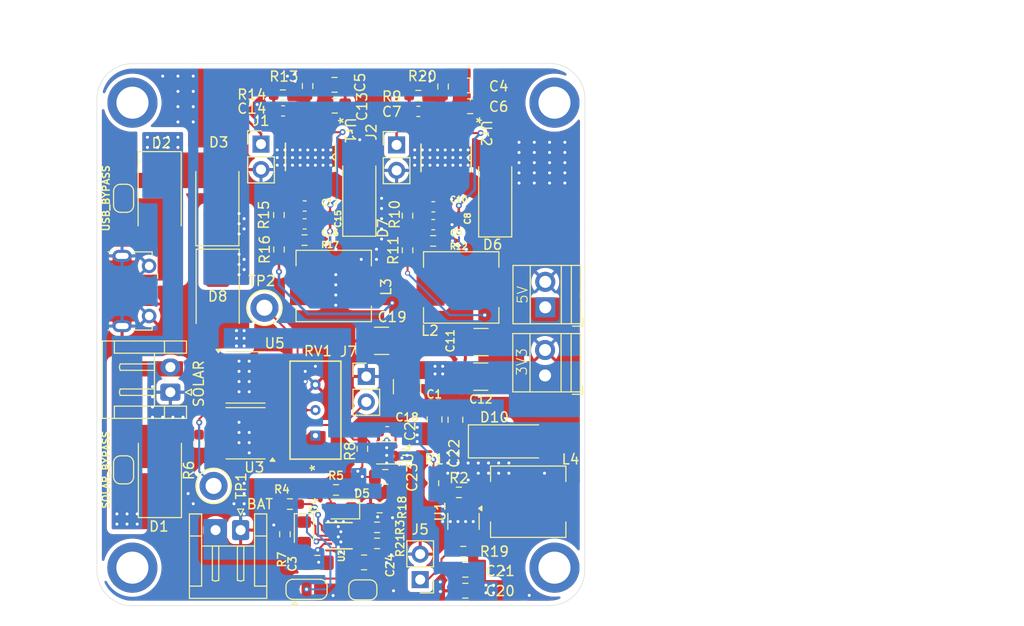
<source format=kicad_pcb>
(kicad_pcb (version 20240108) (generator "pcbnew") (generator_version "8.0")
  (layers (0 "F.Cu" signal) (31 "B.Cu" signal) (34 "B.Paste" user) (35 "F.Paste" user) (36 "B.SilkS" user "B.Silkscreen") (37 "F.SilkS" user "F.Silkscreen") (38 "B.Mask" user) (39 "F.Mask" user) (44 "Edge.Cuts" user))
  (net 0 "")
  (net 1 "Net-(D10-K)")
  (net 2 "GND")
  (net 3 "Net-(U4-CT)")
  (net 4 "BATT +")
  (net 5 "Net-(D3-K)")
  (net 6 "Net-(Ur2-SS)")
  (net 7 "Net-(D6-K)")
  (net 8 "Net-(Ur2-BOOT)")
  (net 9 "Net-(C9-Pad2)")
  (net 10 "Net-(Ur2-COMP)")
  (net 11 "5VOUT")
  (net 12 "Net-(Ur1-SS)")
  (net 13 "Net-(Ur1-BOOT)")
  (net 14 "Net-(D7-K)")
  (net 15 "Net-(C16-Pad2)")
  (net 16 "Net-(Ur1-COMP)")
  (net 17 "3.3VOUT")
  (net 18 "Net-(U1-IN)")
  (net 19 "EXTERNAL_SUP")
  (net 20 "SOLAR IN")
  (net 21 "DC IN")
  (net 22 "Net-(D4-K)")
  (net 23 "Net-(D4-A)")
  (net 24 "Net-(D5-A)")
  (net 25 "/PG")
  (net 26 "Net-(D10-A)")
  (net 27 "Net-(J1-Pin_1)")
  (net 28 "Net-(J2-Pin_1)")
  (net 32 "Net-(J5-Pin_1)")
  (net 33 "Net-(JP1-B)")
  (net 34 "Net-(JP1-A)")
  (net 35 "Net-(JP2-C)")
  (net 36 "Net-(U1-FB)")
  (net 37 "Net-(U2-PRETERM)")
  (net 38 "Net-(U2-TS)")
  (net 39 "Net-(U3A-+)")
  (net 40 "Net-(J7-Pin_2)")
  (net 41 "Net-(Ur2-VSENSE)")
  (net 42 "Net-(Ur1-VSENSE)")
  (net 43 "Net-(U3A--)")
  (footprint "Inductor_SMD:L_Sunlord_MWSA0603S" (layer "F.Cu") (at 157.38 78.03 180)
    (property "Reference" "L4")
    (property "Value" "5.6uH")
  )
  (footprint "Resistor_SMD:R_0603_1608Metric_Pad0.98x0.95mm_HandSolder" (layer "F.Cu") (at 135.06 51.9225)
    (property "Reference" "R17")
    (property "Value" "3.24K")
  )
  (footprint "Inductor_SMD:L_Sunlord_MWSA0603S" (layer "F.Cu") (at 137.97 56.5)
    (property "Reference" "L3")
    (property "Value" "5.6uH")
  )
  (footprint "3296W:3296W-1-103_BRN" (layer "F.Cu") (at 136.15 71.43 90)
    (property "Reference" "RV1")
    (property "Value" "R_Potentiometer_Small")
  )
  (footprint "Capacitor_SMD:C_0603_1608Metric_Pad1.08x0.95mm_HandSolder" (layer "F.Cu") (at 135.07 48.5225 180)
    (property "Reference" "C17")
    (property "Value" "10pF")
  )
  (footprint "Resistor_SMD:R_0603_1608Metric_Pad0.98x0.95mm_HandSolder" (layer "F.Cu") (at 145.3325 49.49 -90)
    (property "Reference" "R10")
    (property "Value" "60.4K")
  )
  (footprint "BQ24040DSQR:DSQ10_P9X1P5" (layer "F.Cu") (at 138.5075 81.424999 180)
    (property "Reference" "U2")
    (property "Value" "BQ24040DSQR")
  )
  (footprint "LED_SMD:LED_0805_2012Metric_Pad1.15x1.40mm_HandSolder" (layer "F.Cu") (at 138.7 78.785 180)
    (property "Reference" "D5")
    (property "Value" "PGOOD")
  )
  (footprint "Capacitor_SMD:C_0805_2012Metric_Pad1.18x1.45mm_HandSolder" (layer "F.Cu") (at 148.034 69.8225 90)
    (property "Reference" "C1")
    (property "Value" "22uF")
  )
  (footprint "Connector_PinHeader_2.54mm:PinHeader_1x02_P2.54mm_Vertical" (layer "F.Cu") (at 141.224 65.532)
    (property "Reference" "J7")
    (property "Value" "Conn_01x02_Pin")
  )
  (footprint "Package_SON:WSON-6-1EP_2x2mm_P0.65mm_EP1x1.6mm" (layer "F.Cu") (at 143.256 73.152 180)
    (property "Reference" "U4")
    (property "Value" "TPS22810DRV")
  )
  (footprint "Capacitor_SMD:C_0603_1608Metric_Pad1.08x0.95mm_HandSolder" (layer "F.Cu") (at 147.9025 50.38 180)
    (property "Reference" "C9")
    (property "Value" "1nF")
  )
  (footprint "Capacitor_SMD:C_1210_3225Metric_Pad1.33x2.70mm_HandSolder" (layer "F.Cu") (at 142.748 61.976)
    (property "Reference" "C19")
    (property "Value" "47uF")
  )
  (footprint "Resistor_SMD:R_0603_1608Metric_Pad0.98x0.95mm_HandSolder" (layer "F.Cu") (at 135.365 36.55 -90)
    (property "Reference" "R13")
    (property "Value" "169K")
  )
  (footprint "Resistor_SMD:R_0603_1608Metric_Pad0.98x0.95mm_HandSolder" (layer "F.Cu") (at 132.5 49.4125 -90)
    (property "Reference" "R15")
    (property "Value" "60.4K")
  )
  (footprint "TestPoint:TestPoint_Keystone_5005-5009_Compact" (layer "F.Cu") (at 131.06 58.674 -90)
    (property "Reference" "TP2")
    (property "Value" "TP_Vcomp")
  )
  (footprint "Resistor_SMD:R_0603_1608Metric_Pad0.98x0.95mm_HandSolder" (layer "F.Cu") (at 147.9215 76.185 -90)
    (property "Reference" "R1")
    (property "Value" "100K")
  )
  (footprint "Capacitor_SMD:C_0805_2012Metric_Pad1.18x1.45mm_HandSolder" (layer "F.Cu") (at 151.5867 38.5637)
    (property "Reference" "C6")
    (property "Value" "22uF")
  )
  (footprint "MountingHole:MountingHole_3.2mm_M3" (layer "F.Cu") (at 160 38.21 -90)
    (property "Reference" "H3" (hide yes))
    (property "Value" "MountingHole")
  )
  (footprint "Capacitor_SMD:C_0603_1608Metric_Pad1.08x0.95mm_HandSolder" (layer "F.Cu") (at 132.915 39.03 180)
    (property "Reference" "C14")
    (property "Value" "8.2nF")
  )
  (footprint "MountingHole:MountingHole_3.2mm_M3" (layer "F.Cu") (at 117.89 38.21 -90)
    (property "Reference" "H4" (hide yes))
    (property "Value" "MountingHole")
  )
  (footprint "Capacitor_SMD:C_0805_2012Metric_Pad1.18x1.45mm_HandSolder" (layer "F.Cu") (at 136.34 84.12)
    (property "Reference" "C3")
    (property "Value" "10uF")
  )
  (footprint "TestPoint:TestPoint_Keystone_5005-5009_Compact" (layer "F.Cu") (at 125.984 76.454 -90)
    (property "Reference" "TP1")
    (property "Value" "TP_Vref")
  )
  (footprint "Resistor_SMD:R_0603_1608Metric_Pad0.98x0.95mm_HandSolder" (layer "F.Cu") (at 132.895 37.46 180)
    (property "Reference" "R14")
    (property "Value" "63.4K")
  )
  (footprint "Connector_PinHeader_2.54mm:PinHeader_1x02_P2.54mm_Vertical" (layer "F.Cu") (at 130.715 42.345)
    (property "Reference" "J1")
    (property "Value" "Conn_01x02_Pin")
  )
  (footprint "Resistor_SMD:R_0603_1608Metric_Pad0.98x0.95mm_HandSolder" (layer "F.Cu") (at 133.1 81.2725 -90)
    (property "Reference" "R7")
    (property "Value" "1.5K")
  )
  (footprint "Connector_USB:USB_Micro-B_Molex-105017-0001" (layer "F.Cu") (at 118.0875 57 -90)
    (property "Reference" "J3" (hide yes))
    (property "Value" "USB_B_Micro")
  )
  (footprint "Capacitor_SMD:C_0805_2012Metric_Pad1.18x1.45mm_HandSolder" (layer "F.Cu") (at 138.075 38.51)
    (property "Reference" "C13")
    (property "Value" "22uF")
  )
  (footprint "Diode_SMD:D_SMB_Handsoldering" (layer "F.Cu") (at 120.625 74.9 90)
    (property "Reference" "D1")
    (property "Value" "SS54L")
  )
  (footprint "Connector_PinHeader_2.54mm:PinHeader_1x02_P2.54mm_Vertical" (layer "F.Cu") (at 146.6 85.8 180)
    (property "Reference" "J5")
    (property "Value" "Conn_01x02_Pin")
  )
  (footprint "InnovationCentral:TPS54331" (layer "F.Cu") (at 135.655 43.62 -90)
    (property "Reference" "Ur1")
    (property "Value" "TPS54331DR")
  )
  (footprint "Capacitor_SMD:C_0805_2012Metric_Pad1.18x1.45mm_HandSolder" (layer "F.Cu") (at 138.055 36.43)
    (property "Reference" "C5")
    (property "Value" "22uF")
  )
  (footprint "Resistor_SMD:R_0603_1608Metric_Pad0.98x0.95mm_HandSolder" (layer "F.Cu") (at 148.885 36.6 -90)
    (property "Reference" "R20")
    (property "Value" "169K")
  )
  (footprint "LED_SMD:LED_0805_2012Metric_Pad1.15x1.40mm_HandSolder" (layer "F.Cu") (at 135 81.085 -90)
    (property "Reference" "D4")
    (property "Value" "CHG")
  )
  (footprint "Capacitor_SMD:C_0805_2012Metric_Pad1.18x1.45mm_HandSolder" (layer "F.Cu") (at 151.1025 86.91 180)
    (property "Reference" "C20")
    (property "Value" "22uF")
  )
  (footprint "Capacitor_SMD:C_0603_1608Metric_Pad1.08x0.95mm_HandSolder" (layer "F.Cu") (at 135.0675 50.3025 180)
    (property "Reference" "C16")
    (property "Value" "1nF")
  )
  (footprint "Capacitor_SMD:C_1210_3225Metric_Pad1.33x2.70mm_HandSolder" (layer "F.Cu") (at 152.645 65.55)
    (property "Reference" "C12")
    (property "Value" "47uF")
  )
  (footprint "Capacitor_SMD:C_1210_3225Metric_Pad1.33x2.70mm_HandSolder" (layer "F.Cu") (at 145.288 66.548 90)
    (property "Reference" "C18")
    (property "Value" "47uF")
  )
  (footprint "Jumper:SolderJumper-2_P1.3mm_Open_RoundedPad1.0x1.5mm" (layer "F.Cu") (at 117 47.75 -90)
    (property "Reference" "JP4" (hide yes))
    (property "Value" "SolderJumper_2_Open")
  )
  (footprint "Resistor_SMD:R_0603_1608Metric_Pad0.98x0.95mm_HandSolder" (layer "F.Cu") (at 142.3 82.185)
    (property "Reference" "R21")
    (property "Value" "1K")
  )
  (footprint "Diode_SMD:D_SMA_Handsoldering" (layer "F.Cu") (at 154.085 47.0975 90)
    (property "Reference" "D6")
    (property "Value" "B340")
  )
  (footprint "Package_TO_SOT_SMD:SOT-23-6" (layer "F.Cu") (at 150.92 79.9975 -90)
    (property "Reference" "U1")
    (property "Value" "MT3608")
  )
  (footprint "Resistor_SMD:R_0603_1608Metric_Pad0.98x0.95mm_HandSolder" (layer "F.Cu") (at 147.8925 52.0025)
    (property "Reference" "R12")
    (property "Value" "1.96K")
  )
  (footprint "Capacitor_SMD:C_0805_2012Metric_Pad1.18x1.45mm_HandSolder" (layer "F.Cu") (at 151.5725 36.49)
    (property "Reference" "C4")
    (property "Value" "22uF")
  )
  (footprint "Inductor_SMD:L_Sunlord_MWSA0603S" (layer "F.Cu") (at 150.6925 56.6475)
    (property "Reference" "L2")
    (property "Value" "5.6uH")
  )
  (footprint "Connector_JST:JST_EH_S2B-EH_1x02_P2.50mm_Horizontal" (layer "F.Cu") (at 128.68 80.86 180)
    (property "Reference" "J6" (hide yes))
    (property "Value" "Conn_01x02_Socket")
  )
  (footprint "Resistor_SMD:R_0603_1608Metric_Pad0.98x0.95mm_HandSolder" (layer "F.Cu") (at 124.53 72.2475 -90)
    (property "Reference" "R6")
    (property "Value" "10K")
  )
  (footprint "Package_SO:SOIC-8_3.9x4.9mm_P1.27mm" (layer "F.Cu") (at 129.165 65.625)
    (property "Reference" "U5")
    (property "Value" "LM285D-1.2")
  )
  (footprint "Resistor_SMD:R_0603_1608Metric_Pad0.98x0.95mm_HandSolder" (layer "F.Cu") (at 145.34 52.94 90)
    (property "Reference" "R11")
    (property "Value" "10.2K")
  )
  (footprint "MountingHole:MountingHole_3.2mm_M3" (layer "F.Cu") (at 117.88 84.61 -90)
    (property "Reference" "H1" (hide yes))
    (property "Value" "MountingHole")
  )
  (footprint "Diode_SMD:D_SMB_Handsoldering" (layer "F.Cu") (at 126.36 47.7775 90)
    (property "Reference" "D3")
    (property "Value" "SS54L")
  )
  (footprint "Capacitor_SMD:C_1210_3225Metric_Pad1.33x2.70mm_HandSolder" (layer "F.Cu") (at 152.6725 62.1)
    (property "Reference" "C11")
    (property "Value" "47uF")
  )
  (footprint "Connector_PinHeader_2.54mm:PinHeader_1x02_P2.54mm_Vertical" (layer "F.Cu") (at 144.245 42.425)
    (property "Reference" "J2")
    (property "Value" "Conn_01x02_Pin")
  )
  (footprint "Jumper:SolderJumper-3_P1.3mm_Open_RoundedPad1.0x1.5mm" (layer "F.Cu") (at 135.26 86.77)
    (property "Reference" "JP2" (hide yes))
    (property "Value" "SolderJumper_3_Open")
  )
  (footprint "Capacitor_SMD:C_0805_2012Metric_Pad1.18x1.45mm_HandSolder" (layer "F.Cu") (at 151.11 84.82 180)
    (property "Reference" "C21")
    (property "Value" "22uF")
  )
  (footprint "Diode_SMD:D_SMA_Handsoldering" (layer "F.Cu") (at 140.525 47.0275 90)
    (property "Reference" "D7")
    (property "Value" "B340")
  )
  (footprint "Capacitor_SMD:C_0603_1608Metric_Pad1.08x0.95mm_HandSolder" (layer "F.Cu") (at 143.3085 71.0445)
    (property "Reference" "C2")
    (property "Value" "1nF")
  )
  (footprint "Capacitor_SMD:C_0201_0603Metric_Pad0.64x0.40mm_HandSolder" (layer "F.Cu") (at 150.45 49.78 -90)
    (property "Reference" "C8")
    (property "Value" "100nF")
  )
  (footprint "InnovationCentral:TPS54331" (layer "F.Cu") (at 149.185 43.71 -90)
    (property "Reference" "Ur2")
    (property "Value" "TPS54331DR")
  )
  (footprint "Capacitor_SMD:C_0805_2012Metric_Pad1.18x1.45mm_HandSolder" (layer "F.Cu") (at 143.1185 75.5545)
    (property "Reference" "C23")
    (property "Value" "10uF")
  )
  (footprint "Resistor_SMD:R_0603_1608Metric_Pad0.98x0.95mm_HandSolder" (layer "F.Cu") (at 142.3 80.585)
    (property "Reference" "R3")
    (property "Value" "2K")
  )
  (footprint "Diode_SMD:D_SMB_Handsoldering" (layer "F.Cu") (at 120.6 47.8 -90)
    (property "Reference" "D2")
    (property "Value" "SS54L")
  )
  (footprint "Capacitor_SMD:C_0805_2012Metric_Pad1.18x1.45mm_HandSolder" (layer "F.Cu") (at 150.114 69.85 90)
    (property "Reference" "C22")
    (property "Value" "22uF")
  )
  (footprint "Jumper:SolderJumper-2_P1.3mm_Open_RoundedPad1.0x1.5mm" (layer "F.Cu") (at 140.88 86.83)
    (property "Reference" "JP1" (hide yes))
    (property "Value" "SolderJumper_2_Open")
  )
  (footprint "Resistor_SMD:R_0603_1608Metric_Pad0.98x0.95mm_HandSolder" (layer "F.Cu") (at 142.56 78.615 180)
    (property "Reference" "R18")
    (property "Value" "1K")
  )
  (footprint "Capacitor_SMD:C_0805_2012Metric_Pad1.18x1.45mm_HandSolder" (layer "F.Cu") (at 141 84.085)
    (property "Reference" "C24")
    (property "Value" "10uF")
  )
  (footprint "Resistor_SMD:R_0603_1608Metric_Pad0.98x0.95mm_HandSolder" (layer "F.Cu") (at 150.4615 77.0975)
    (property "Reference" "R2")
    (property "Value" "7.5K")
  )
  (footprint "Diode_SMD:D_SMA_Handsoldering" (layer "F.Cu") (at 155.92 72.01)
    (property "Reference" "D10")
    (property "Value" "SS54")
  )
  (footprint "Package_SO:SOIC-8_3.9x4.9mm_P1.27mm" (layer "F.Cu") (at 129.17 71.2 180)
    (property "Reference" "U3")
    (property "Value" "LM2903")
  )
  (footprint "Capacitor_SMD:C_0603_1608Metric_Pad1.08x0.95mm_HandSolder" (layer "F.Cu") (at 146.415 39.08 180)
    (property "Reference" "C7")
    (property "Value" "8.2nF")
  )
  (footprint "MountingHole:MountingHole_3.2mm_M3" (layer "F.Cu") (at 160 84.61 -90)
    (property "Reference" "H2" (hide yes))
    (property "Value" "MountingHole")
  )
  (footprint "Resistor_SMD:R_0603_1608Metric_Pad0.98x0.95mm_HandSolder" (layer "F.Cu") (at 140.8285 72.7445 90)
    (property "Reference" "R8")
    (property "Value" "10K")
  )
  (footprint "TerminalBlock:TerminalBlock_Xinya_XY308-2.54-2P_1x02_P2.54mm_Horizontal" (layer "F.Cu") (at 159.08 58.63 90)
    (property "Reference" "J9" (hide yes))
    (property "Value" "Screw_Terminal_01x02")
  )
  (footprint "Resistor_SMD:R_0603_1608Metric_Pad0.98x0.95mm_HandSolder" (layer "F.Cu") (at 150.9 83.01 180)
    (property "Reference" "R19")
    (property "Value" "10K")
  )
  (footprint "TerminalBlock:TerminalBlock_Xinya_XY308-2.54-2P_1x02_P2.54mm_Horizontal" (layer "F.Cu") (at 159.06 65.43 90)
    (property "Reference" "J8" (hide yes))
    (property "Value" "Screw_Terminal_01x02")
  )
  (footprint "Resistor_SMD:R_0603_1608Metric_Pad0.98x0.95mm_HandSolder" (layer "F.Cu") (at 133.6 78.265 180)
    (property "Reference" "R4")
    (property "Value" "10K")
  )
  (footprint "Connector_JST:JST_EH_S2B-EH_1x02_P2.50mm_Horizontal" (layer "F.Cu") (at 121.67 67.1 90)
    (property "Reference" "J4" (hide yes))
    (property "Value" "Conn_01x02_Socket")
  )
  (footprint "Capacitor_SMD:C_0603_1608Metric_Pad1.08x0.95mm_HandSolder" (layer "F.Cu") (at 147.91 48.6 180)
    (property "Reference" "C10")
    (property "Value" "10pF")
  )
  (footprint "Capacitor_SMD:C_0201_0603Metric_Pad0.64x0.40mm_HandSolder" (layer "F.Cu") (at 137.61 49.7025 -90)
    (property "Reference" "C15")
    (property "Value" "100nF")
  )
  (footprint "Resistor_SMD:R_0603_1608Metric_Pad0.98x0.95mm_HandSolder" (layer "F.Cu") (at 132.51 52.8625 90)
    (property "Reference" "R16")
    (property "Value" "10.2K")
  )
  (footprint "Resistor_SMD:R_0603_1608Metric_Pad0.98x0.95mm_HandSolder" (layer "F.Cu") (at 146.415 37.51 180)
    (property "Reference" "R9")
    (property "Value" "44.2K")
  )
  (footprint "Resistor_SMD:R_0603_1608Metric_Pad0.98x0.95mm_HandSolder" (layer "F.Cu") (at 138.2 76.854998)
    (property "Reference" "R5")
    (property "Value" "1.5K")
  )
  (footprint "Jumper:SolderJumper-2_P1.3mm_Open_RoundedPad1.0x1.5mm" (layer "F.Cu") (at 117 74.85 90)
    (property "Reference" "JP3" (hide yes))
    (property "Value" "SolderJumper_2_Open")
  )
  (footprint "Diode_SMD:D_SMB_Handsoldering" (layer "F.Cu") (at 126.39 57.54 -90)
    (property "Reference" "D8")
    (property "Value" "SS54L")
  )
  (gr_arc (start 117.552431 88.40732) (mid 115.301868 87.299033) (end 114.34 84.982106) (stroke (width 0.05)) (layer "Edge.Cuts"))
  (gr_arc (start 114.33952 37.866106) (mid 115.390583 35.338787) (end 117.929657 34.316447) (stroke (width 0.05)) (layer "Edge.Cuts"))
  (gr_line (start 163.019941 84.872347) (end 163.041787 37.870111) (stroke (width 0.05)) (layer "Edge.Cuts"))
  (gr_line (start 117.552431 88.40732) (end 159.46 88.402106) (stroke (width 0.05)) (layer "Edge.Cuts"))
  (gr_line (start 114.33952 37.866106) (end 114.34 84.982106) (stroke (width 0.05)) (layer "Edge.Cuts"))
  (gr_line (start 159.512 34.29) (end 117.929657 34.316447) (stroke (width 0.05)) (layer "Edge.Cuts"))
  (gr_arc (start 163.019941 84.872347) (mid 161.972477 87.375995) (end 159.46 88.402106) (stroke (width 0.05)) (layer "Edge.Cuts"))
  (gr_arc (start 159.512 34.29) (mid 162.022838 35.344604) (end 163.041787 37.870111) (stroke (width 0.05)) (layer "Edge.Cuts"))
  (gr_text "5V" (at 157.4 58.36 90) (layer "F.SilkS") (effects (font (size 1 1) (thickness 0.1)) (justify left bottom)))
  (gr_text "3V3" (at 157.33 65.52 90) (layer "F.SilkS") (effects (font (size 1 1) (thickness 0.1)) (justify left bottom)))
  (segment (start 147.9215 73.8375) (end 147.904 73.82) (width 0.2) (layer "F.Cu") (net 1))
  (segment (start 147.9215 75.2725) (end 147.9215 73.8375) (width 0.2) (layer "F.Cu") (net 1))
  (via (at 146.304 71.374) (size 0.5) (drill 0.3) (layers "F.Cu" "B.Cu") (net 1))
  (via (at 128.27 61.722) (size 0.5) (drill 0.3) (layers "F.Cu" "B.Cu") (net 1))
  (via (at 129.032 60.96) (size 0.5) (drill 0.3) (layers "F.Cu" "B.Cu") (net 1))
  (via (at 146.304 70.612) (size 0.5) (drill 0.3) (layers "F.Cu" "B.Cu") (net 1))
  (via (at 128.27 62.484) (size 0.5) (drill 0.3) (layers "F.Cu" "B.Cu") (net 1))
  (via (at 129.032 61.722) (size 0.5) (drill 0.3) (layers "F.Cu" "B.Cu") (net 1))
  (via (at 146.304 72.024003) (size 0.5) (drill 0.3) (layers "F.Cu" "B.Cu") (net 1))
  (via (at 129.032 62.484) (size 0.5) (drill 0.3) (layers "F.Cu" "B.Cu") (net 1))
  (via (at 128.27 60.96) (size 0.5) (drill 0.3) (layers "F.Cu" "B.Cu") (net 1))
  (via (at 147.904 73.82) (size 0.6) (drill 0.3) (layers "F.Cu" "B.Cu") (net 1))
  (segment (start 147.904 73.624003) (end 147.904 73.82) (width 0.2) (layer "B.Cu") (net 1))
  (segment (start 146.304 72.024003) (end 147.904 73.624003) (width 0.2) (layer "B.Cu") (net 1))
  (segment (start 141.6475 78.615) (end 141.6475 79.2675) (width 0.2) (layer "F.Cu") (net 2))
  (segment (start 131.9825 37.46) (end 131.26 37.46) (width 0.25) (layer "F.Cu") (net 2))
  (segment (start 143.2125 80.585) (end 143.2125 79.8575) (width 0.2) (layer "F.Cu") (net 2))
  (segment (start 149.5 48.6) (end 149.73 48.37) (width 0.2) (layer "F.Cu") (net 2))
  (segment (start 141.6475 79.2675) (end 141.92 79.54) (width 0.2) (layer "F.Cu") (net 2))
  (segment (start 139.5575 81.424999) (end 138.799999 81.424999) (width 0.2) (layer "F.Cu") (net 2))
  (segment (start 148.7725 48.6) (end 149.5 48.6) (width 0.2) (layer "F.Cu") (net 2))
  (segment (start 136.29 47.3625) (end 135.9325 47.72) (width 0.25) (layer "F.Cu") (net 2))
  (segment (start 151.374 77.226) (end 151.384 77.216) (width 0.2) (layer "F.Cu") (net 2))
  (segment (start 140.208 43.18) (end 140.525 42.863) (width 0.25) (layer "F.Cu") (net 2))
  (segment (start 148.805 52.0025) (end 149.8175 52.0025) (width 0.2) (layer "F.Cu") (net 2))
  (segment (start 149.73 47.42) (end 149.83 47.32) (width 0.2) (layer "F.Cu") (net 2))
  (segment (start 141.92 79.54) (end 142.35 79.54) (width 0.2) (layer "F.Cu") (net 2))
  (segment (start 151.374 77.0975) (end 151.374 75.876) (width 0.2) (layer "F.Cu") (net 2))
  (segment (start 140.525 44.5275) (end 140.525 43.497) (width 0.25) (layer "F.Cu") (net 2))
  (segment (start 132.0525 39.03) (end 130.98 39.03) (width 0.25) (layer "F.Cu") (net 2))
  (segment (start 151.384 77.216) (end 151.374 77.206) (width 0.2) (layer "F.Cu") (net 2))
  (segment (start 135.9325 47.72) (end 135.9325 48.5225) (width 0.25) (layer "F.Cu") (net 2))
  (segment (start 151.374 77.206) (end 151.374 77.0975) (width 0.2) (layer "F.Cu") (net 2))
  (segment (start 136.56 86.77) (end 137.29 86.77) (width 0.2) (layer "F.Cu") (net 2))
  (segment (start 143.2125 82.8325) (end 143.72 83.34) (width 0.2) (layer "F.Cu") (net 2))
  (segment (start 148.6 85.43) (end 148.6 86.03) (width 0.2) (layer "F.Cu") (net 2))
  (segment (start 149.21 84.82) (end 148.6 85.43) (width 0.2) (layer "F.Cu") (net 2))
  (segment (start 143.225 84.085) (end 143.24 84.1) (width 0.2) (layer "F.Cu") (net 2))
  (segment (start 143.44 79.63) (end 143.84 79.63) (width 0.2) (layer "F.Cu") (net 2))
  (segment (start 149.73 47.85) (end 149.73 47.42) (width 0.2) (layer "F.Cu") (net 2))
  (segment (start 149.83 46.1838) (end 149.82 46.1738) (width 0.2) (layer "F.Cu") (net 2))
  (segment (start 150.0765 86.97) (end 148.6404 86.97) (width 0.2) (layer "F.Cu") (net 2))
  (segment (start 150.92 78.061) (end 151.374 77.607) (width 0.2) (layer "F.Cu") (net 2))
  (segment (start 149.83 47.32) (end 149.83 46.1838) (width 0.2) (layer "F.Cu") (net 2))
  (segment (start 143.2125 82.185) (end 143.2125 82.8325) (width 0.2) (layer "F.Cu") (net 2))
  (segment (start 140.525 42.863) (end 140.525 41.955) (width 0.25) (layer "F.Cu") (net 2))
  (segment (start 131.26 37.46) (end 130.33 38.39) (width 0.25) (layer "F.Cu") (net 2))
  (segment (start 135.9725 50.345) (end 135.93 50.3025) (width 0.25) (layer "F.Cu") (net 2))
  (segment (start 150.92 78.86) (end 150.92 78.061) (width 0.2) (layer "F.Cu") (net 2))
  (segment (start 148.765 50.38) (end 149.78 50.38) (width 0.2) (layer "F.Cu") (net 2))
  (segment (start 135.9725 51.9225) (end 135.9725 50.345) (width 0.25) (layer "F.Cu") (net 2))
  (segment (start 135.9325 48.5225) (end 135.9325 50.3) (width 0.25) (layer "F.Cu") (net 2))
  (segment (start 149.8175 52.0025) (end 149.82 52) (width 0.2) (layer "F.Cu") (net 2))
  (segment (start 149.73 48.37) (end 149.73 47.85) (width 0.2) (layer "F.Cu") (net 2))
  (segment (start 138.799999 81.424999) (end 138.775 81.4) (width 0.2) (layer "F.Cu") (net 2))
  (segment (start 137.29 86.77) (end 137.91 87.39) (width 0.2) (layer "F.Cu") (net 2))
  (segment (start 151.374 77.607) (end 151.374 77.226) (width 0.2) (layer "F.Cu") (net 2))
  (segment (start 150.0725 84.82) (end 149.21 84.82) (width 0.2) (layer "F.Cu") (net 2))
  (segment (start 140.525 43.497) (end 140.208 43.18) (width 0.25) (layer "F.Cu") (net 2))
  (segment (start 142.0375 84.085) (end 143.225 84.085) (width 0.2) (layer "F.Cu") (net 2))
  (segment (start 130.98 39.03) (end 130.33 39.68) (width 0.25) (layer "F.Cu") (net 2))
  (segment (start 148.6404 86.97) (end 148.6154 86.995) (width 0.2) (layer "F.Cu") (net 2))
  (segment (start 151.374 75.876) (end 151.39 75.86) (width 0.2) (layer "F.Cu") (net 2))
  (segment (start 135.9325 50.3) (end 135.93 50.3025) (width 0.25) (layer "F.Cu") (net 2))
  (segment (start 140.525 41.955) (end 140.57 41.91) (width 0.25) (layer "F.Cu") (net 2))
  (segment (start 136.29 46.0838) (end 136.29 47.3625) (width 0.25) (layer "F.Cu") (net 2))
  (segment (start 143.2125 79.8575) (end 143.44 79.63) (width 0.2) (layer "F.Cu") (net 2))
  (via (at 135.382 42.926) (size 0.5) (drill 0.3) (layers "F.Cu" "B.Cu") (net 2))
  (via (at 149.352 74.168) (size 0.5) (drill 0.3) (layers "F.Cu" "B.Cu") (net 2))
  (via (at 137.668 42.926) (size 0.5) (drill 0.3) (layers "F.Cu" "B.Cu") (net 2))
  (via (at 122.428 38.608) (size 0.5) (drill 0.3) (layers "F.Cu" "B.Cu") (net 2))
  (via (at 142.24 53.848) (size 0.5) (drill 0.3) (layers "F.Cu" "B.Cu") (net 2))
  (via (at 122.428 37.084) (size 0.5) (drill 0.3) (layers "F.Cu" "B.Cu") (net 2))
  (via (at 159.512 45.212) (size 0.5) (drill 0.3) (layers "F.Cu" "B.Cu") (net 2))
  (via (at 143.256 71.882) (size 0.5) (drill 0.3) (layers "F.Cu" "B.Cu") (net 2))
  (via (at 159.512 42.164) (size 0.5) (drill 0.3) (layers "F.Cu" "B.Cu") (net 2))
  (via (at 146.05 42.926) (size 0.5) (drill 0.3) (layers "F.Cu" "B.Cu") (net 2))
  (via (at 128.524 67.056) (size 0.5) (drill 0.3) (layers "F.Cu" "B.Cu") (net 2))
  (via (at 157.988 42.164) (size 0.5) (drill 0.3) (layers "F.Cu" "B.Cu") (net 2))
  (via (at 128.524 71.12) (size 0.5) (drill 0.3) (layers "F.Cu" "B.Cu") (net 2))
  (via (at 156.464 45.212) (size 0.5) (drill 0.3) (layers "F.Cu" "B.Cu") (net 2))
  (via (at 138.684 81.026) (size 0.5) (drill 0.3) (layers "F.Cu" "B.Cu") (net 2))
  (via (at 119.888 66.548) (size 0.5) (drill 0.3) (layers "F.Cu" "B.Cu") (net 2))
  (via (at 133.858 44.45) (size 0.5) (drill 0.3) (layers "F.Cu" "B.Cu") (net 2))
  (via (at 155.448 74.168) (size 0.5) (drill 0.3) (layers "F.Cu" "B.Cu") (net 2))
  (via (at 161.036 45.212) (size 0.5) (drill 0.3) (layers "F.Cu" "B.Cu") (net 2))
  (via (at 150.368 73.152) (size 0.5) (drill 0.3) (layers "F.Cu" "B.Cu") (net 2))
  (via (at 129.54 73.152) (size 0.5) (drill 0.3) (layers "F.Cu" "B.Cu") (net 2))
  (via (at 135.128 65.024) (size 0.5) (drill 0.3) (layers "F.Cu" "B.Cu") (net 2))
  (via (at 146.812 43.688) (size 0.5) (drill 0.3) (layers "F.Cu" "B.Cu") (net 2))
  (via (at 142.748 50.8) (size 0.5) (drill 0.3) (layers "F.Cu" "B.Cu") (net 2))
  (via (at 143.256 74.168) (size 0.5) (drill 0.3) (layers "F.Cu" "B.Cu") (net 2))
  (via (at 143.9418 86.9188) (size 0.5) (drill 0.3) (layers "F.Cu" "B.Cu") (net 2))
  (via (at 128.524 70.104) (size 0.5) (drill 0.3) (layers "F.Cu" "B.Cu") (net 2))
  (via (at 150.622 43.688) (size 0.5) (drill 0.3) (layers "F.Cu" "B.Cu") (net 2))
  (via (at 152.4 75.184) (size 0.5) (drill 0.3) (layers "F.Cu" "B.Cu") (net 2))
  (via (at 147.574 43.688) (size 0.5) (drill 0.3) (layers "F.Cu" "B.Cu") (net 2))
  (via (at 143.256 72.644) (size 0.5) (drill 0.3) (layers "F.Cu" "B.Cu") (net 2))
  (via (at 134.62 43.688) (size 0.5) (drill 0.3) (layers "F.Cu" "B.Cu") (net 2))
  (via (at 136.144 64.516) (size 0.5) (drill 0.3) (layers "F.Cu" "B.Cu") (net 2))
  (via (at 128.524 72.136) (size 0.5) (drill 0.3) (layers "F.Cu" "B.Cu") (net 2))
  (via (at 129.032 78.232) (size 0.5) (drill 0.3) (layers "F.Cu" "B.Cu") (net 2))
  (via (at 150.368 75.184) (size 0.5) (drill 0.3) (layers "F.Cu" "B.Cu") (net 2))
  (via (at 150.368 80.01) (size 0.5) (drill 0.3) (layers "F.Cu" "B.Cu") (net 2))
  (via (at 148.6154 86.995) (size 0.5) (drill 0.3) (layers "F.Cu" "B.Cu") (net 2))
  (via (at 161.036 46.228) (size 0.5) (drill 0.3) (layers "F.Cu" "B.Cu") (net 2))
  (via (at 151.384 74.168) (size 0.5) (drill 0.3) (layers "F.Cu" "B.Cu") (net 2))
  (via (at 120.904 35.56) (size 0.5) (drill 0.3) (layers "F.Cu" "B.Cu") (net 2))
  (via (at 138.684 83.058) (size 0.5) (drill 0.3) (layers "F.Cu" "B.Cu") (net 2))
  (via (at 128.524 64.008) (size 0.5) (drill 0.3) (layers "F.Cu" "B.Cu") (net 2))
  (via (at 135.128 66.04) (size 0.5) (drill 0.3) (layers "F.Cu" "B.Cu") (net 2))
  (via (at 138.43 80.518) (size 0.5) (drill 0.3) (layers "F.Cu" "B.Cu") (net 2))
  (via (at 122.428 35.56) (size 0.5) (drill 0.3) (layers "F.Cu" "B.Cu") (net 2))
  (via (at 132.334 44.45) (size 0.5) (drill 0.3) (layers "F.Cu" "B.Cu") (net 2))
  (via (at 136.906 42.926) (size 0.5) (drill 0.3) (layers "F.Cu" "B.Cu") (net 2))
  (via (at 130.33 39.68) (size 0.6) (drill 0.3) (layers "F.Cu" "B.Cu") (net 2))
  (via (at 142.35 79.54) (size 0.5) (drill 0.3) (layers "F.Cu" "B.Cu") (net 2))
  (via (at 151.384 42.926) (size 0.5) (drill 0.3) (layers "F.Cu" "B.Cu") (net 2))
  (via (at 128.016 78.232) (size 0.5) (drill 0.3) (layers "F.Cu" "B.Cu") (net 2))
  (via (at 150.622 42.926) (size 0.5) (drill 0.3) (layers "F.Cu" "B.Cu") (net 2))
  (via (at 157.988 43.18) (size 0.5) (drill 0.3) (layers "F.Cu" "B.Cu") (net 2))
  (via (at 151.13 80.01) (size 0.5) (drill 0.3) (layers "F.Cu" "B.Cu") (net 2))
  (via (at 150.368 74.168) (size 0.5) (drill 0.3) (layers "F.Cu" "B.Cu") (net 2))
  (via (at 132.334 42.926) (size 0.5) (drill 0.3) (layers "F.Cu" "B.Cu") (net 2))
  (via (at 159.004 75.184) (size 0.5) (drill 0.3) (layers "F.Cu" "B.Cu") (net 2))
  (via (at 135.382 44.45) (size 0.5) (drill 0.3) (layers "F.Cu" "B.Cu") (net 2))
  (via (at 148.336 44.45) (size 0.5) (drill 0.3) (layers "F.Cu" "B.Cu") (net 2))
  (via (at 138.176 55.372) (size 0.5) (drill 0.3) (layers "F.Cu" "B.Cu") (net 2))
  (via (at 129.54 67.056) (size 0.5) (drill 0.3) (layers "F.Cu" "B.Cu") (net 2))
  (via (at 159.512 43.18) (size 0.5) (drill 0.3) (layers "F.Cu" "B.Cu") (net 2))
  (via (at 123.952 78.232) (size 0.5) (drill 0.3) (layers "F.Cu" "B.Cu") (net 2))
  (via (at 149.352 75.184) (size 0.5) (drill 0.3) (layers "F.Cu" "B.Cu") (net 2))
  (via (at 119.888 68.58) (size 0.5) (drill 0.3) (layers "F.Cu" "B.Cu") (net 2))
  (via (at 148.844 79.248) (size 0.5) (drill 0.3) (layers "F.Cu" "B.Cu") (net 2))
  (via (at 133.096 42.926) (size 0.5) (drill 0.3) (layers "F.Cu" "B.Cu") (net 2))
  (via (at 149.098 44.45) (size 0.5) (drill 0.3) (layers "F.Cu" "B.Cu") (net 2))
  (via (at 129.54 65.024) (size 0.5) (drill 0.3) (layers "F.Cu" "B.Cu") (net 2))
  (via (at 153.416 74.168) (size 0.5) (drill 0.3) (layers "F.Cu" "B.Cu") (net 2))
  (via (at 133.096 44.45) (size 0.5) (drill 0.3) (layers "F.Cu" "B.Cu") (net 2))
  (via (at 133.096 43.688) (size 0.5) (drill 0.3) (layers "F.Cu" "B.Cu") (net 2))
  (via (at 155.448 75.184) (size 0.5) (drill 0.3) (layers "F.Cu" "B.Cu") (net 2))
  (via (at 136.144 42.926) (size 0.5) (drill 0.3) (layers "F.Cu" "B.Cu") (net 2))
  (via (at 130.33 38.39) (size 0.6) (drill 0.3) (layers "F.Cu" "B.Cu") (net 2))
  (via (at 138.938 80.01) (size 0.5) (drill 0.3) (layers "F.Cu" "B.Cu") (net 2))
  (via (at 157.988 44.196) (size 0.5) (drill 0.3) (layers "F.Cu" "B.Cu") (net 2))
  (via (at 142.24 52.832) (size 0.5) (drill 0.3) (layers "F.Cu" "B.Cu") (net 2))
  (via (at 138.684 82.042) (size 0.5) (drill 0.3) (layers "F.Cu" "B.Cu") (net 2))
  (via (at 136.144 44.45) (size 0.5) (drill 0.3) (layers "F.Cu" "B.Cu") (net 2))
  (via (at 148.6 86.03) (size 0.6) (drill 0.3) (layers "F.Cu" "B.Cu") (net 2))
  (via (at 153.416 75.184) (size 0.5) (drill 0.3) (layers "F.Cu" "B.Cu") (net 2))
  (via (at 154.432 75.184) (size 0.5) (drill 0.3) (layers "F.Cu" "B.Cu") (net 2))
  (via (at 149.098 42.926) (size 0.5) (drill 0.3) (layers "F.Cu" "B.Cu") (net 2))
  (via (at 146.05 43.688) (size 0.5) (drill 0.3) (layers "F.Cu" "B.Cu") (net 2))
  (via (at 129.54 72.136) (size 0.5) (drill 0.3) (layers "F.Cu" "B.Cu") (net 2))
  (via (at 138.43 81.534) (size 0.5) (drill 0.3) (layers "F.Cu" "B.Cu") (net 2))
  (via (at 149.606 80.01) (size 0.5) (drill 0.3) (layers "F.Cu" "B.Cu") (net 2))
  (via (at 149.86 44.45) (size 0.5) (drill 0.3) (layers "F.Cu" "B.Cu") (net 2))
  (via (at 134.62 44.45) (size 0.5) (drill 0.3) (layers "F.Cu" "B.Cu") (net 2))
  (via (at 142.748 47.752) (size 0.5) (drill 0.3) (layers "F.Cu" "B.Cu") (net 2))
  (via (at 159.512 46.228) (size 0.5) (drill 0.3) (layers "F.Cu" "B.Cu") (net 2))
  (via (at 156.464 43.18) (size 0.5) (drill 0.3) (layers "F.Cu" "B.Cu") (net 2))
  (via (at 128.524 66.04) (size 0.5) (drill 0.3) (layers "F.Cu" "B.Cu") (net 2))
  (via (at 140.716 53.848) (size 0.5) (drill 0.3) (layers "F.Cu" "B.Cu") (net 2))
  (via (at 159.512 44.196) (size 0.5) (drill 0.3) (layers "F.Cu" "B.Cu") (net 2))
  (via (at 161.036 43.18) (size 0.5) (drill 0.3) (layers "F.Cu" "B.Cu") (net 2))
  (via (at 142.748 51.816) (size 0.5) (drill 0.3) (layers "F.Cu" "B.Cu") (net 2))
  (via (at 122.428 40.132) (size 0.5) (drill 0.3) (layers "F.Cu" "B.Cu") (net 2))
  (via (at 129.032 79.248) (size 0.5) (drill 0.3) (layers "F.Cu" "B.Cu") (net 2))
  (via (at 138.176 56.388) (size 0.5) (drill 0.3) (layers "F.Cu" "B.Cu") (net 2))
  (via (at 154.94 84.836) (size 0.5) (drill 0.3) (layers "F.Cu" "B.Cu") (net 2))
  (via (at 157.48 87.376) (size 0.5) (drill 0.3) (layers "F.Cu" "B.Cu") (net 2))
  (via (at 134.62 42.926) (size 0.5) (drill 0.3) (layers "F.Cu" "B.Cu") (net 2))
  (via (at 149.86 43.688) (size 0.5) (drill 0.3) (layers "F.Cu" "B.Cu") (net 2))
  (via (at 123.952 37.084) (size 0.5) (drill 0.3) (layers "F.Cu" "B.Cu") (net 2))
  (via (at 123.952 38.608) (size 0.5) (drill 0.3) (layers "F.Cu" "B.Cu") (net 2))
  (via (at 150.622 44.45) (size 0.5) (drill 0.3) (layers "F.Cu" "B.Cu") (net 2))
  (via (at 129.54 71.12) (size 0.5) (drill 0.3) (layers "F.Cu" "B.Cu") (net 2))
  (via (at 129.54 64.008) (size 0.5) (drill 0.3) (layers "F.Cu" "B.Cu") (net 2))
  (via (at 148.336 42.926) (size 0.5) (drill 0.3) (layers "F.Cu" "B.Cu") (net 2))
  (via (at 149.78 50.38) (size 0.6) (drill 0.3) (layers "F.Cu" "B.Cu") (net 2))
  (via (at 132.334 43.688) (size 0.5) (drill 0.3) (layers "F.Cu" "B.Cu") (net 2))
  (via (at 161.036 44.196) (size 0.5) (drill 0.3) (layers "F.Cu" "B.Cu") (net 2))
  (via (at 149.352 73.152) (size 0.5) (drill 0.3) (layers "F.Cu" "B.Cu") (net 2))
  (via (at 120.904 69.596) (size 0.5) (drill 0.3) (layers "F.Cu" "B.Cu") (net 2))
  (via (at 135.382 43.688) (size 0.5) (drill 0.3) (layers "F.Cu" "B.Cu") (net 2))
  (via (at 136.906 43.688) (size 0.5) (drill 0.3) (layers "F.Cu" "B.Cu") (net 2))
  (via (at 137.91 87.39) (size 0.5) (drill 0.3) (layers "F.Cu" "B.Cu") (net 2))
  (via (at 129.032 76.2) (size 0.5) (drill 0.3) (layers "F.Cu" "B.Cu") (net 2))
  (via (at 151.384 44.45) (size 0.5) (drill 0.3) (layers "F.Cu" "B.Cu") (net 2))
  (via (at 138.176 57.404) (size 0.5) (drill 0.3) (layers "F.Cu" "B.Cu") (net 2))
  (via (at 151.39 75.86) (size 0.5) (drill 0.3) (layers "F.Cu" "B.Cu") (net 2))
  (via (at 128.524 65.024) (size 0.5) (drill 0.3) (layers "F.Cu" "B.Cu") (net 2))
  (via (at 122.936 69.596) (size 0.5) (drill 0.3) (layers "F.Cu" "B.Cu") (net 2))
  (via (at 140.57 41.91) (size 0.6) (drill 0.3) (layers "F.Cu" "B.Cu") (net 2))
  (via (at 151.892 80.01) (size 0.5) (drill 0.3) (layers "F.Cu" "B.Cu") (net 2))
  (via (at 156.464 44.196) (size 0.5) (drill 0.3) (layers "F.Cu" "B.Cu") (net 2))
  (via (at 123.952 40.132) (size 0.5) (drill 0.3) (layers "F.Cu" "B.Cu") (net 2))
  (via (at 149.82 52) (size 0.6) (drill 0.3) (layers "F.Cu" "B.Cu") (net 2))
  (via (at 149.73 47.85) (size 0.6) (drill 0.3) (layers "F.Cu" "B.Cu") (net 2))
  (via (at 138.176 80.01) (size 0.5) (drill 0.3) (layers "F.Cu" "B.Cu") (net 2))
  (via (at 137.668 43.688) (size 0.5) (drill 0.3) (layers "F.Cu" "B.Cu") (net 2))
  (via (at 147.574 44.45) (size 0.5) (drill 0.3) (layers "F.Cu" "B.Cu") (net 2))
  (via (at 142.748 49.784) (size 0.5) (drill 0.3) (layers "F.Cu" "B.Cu") (net 2))
  (via (at 156.464 46.228) (size 0.5) (drill 0.3) (layers "F.Cu" "B.Cu") (net 2))
  (via (at 123.952 35.56) (size 0.5) (drill 0.3) (layers "F.Cu" "B.Cu") (net 2))
  (via (at 137.414 80.01) (size 0.5) (drill 0.3) (layers "F.Cu" "B.Cu") (net 2))
  (via (at 143.256 73.406) (size 0.5) (drill 0.3) (layers "F.Cu" "B.Cu") (net 2))
  (via (at 143.84 79.63) (size 0.5) (drill 0.3) (layers "F.Cu" "B.Cu") (net 2))
  (via (at 148.844 80.01) (size 0.5) (drill 0.3) (layers "F.Cu" "B.Cu") (net 2))
  (via (at 138.43 82.55) (size 0.5) (drill 0.3) (layers "F.Cu" "B.Cu") (net 2))
  (via (at 151.384 43.688) (size 0.5) (drill 0.3) (layers "F.Cu" "B.Cu") (net 2))
  (via (at 149.098 43.688) (size 0.5) (drill 0.3) (layers "F.Cu" "B.Cu") (net 2))
  (via (at 156.464 42.164) (size 0.5) (drill 0.3) (layers "F.Cu" "B.Cu") (net 2))
  (via (at 149.86 42.926) (size 0.5) (drill 0.3) (layers "F.Cu" "B.Cu") (net 2))
  (via (at 119.888 67.564) (size 0.5) (drill 0.3) (layers "F.Cu" "B.Cu") (net 2))
  (via (at 152.4 74.168) (size 0.5) (drill 0.3) (layers "F.Cu" "B.Cu") (net 2))
  (via (at 146.812 44.45) (size 0.5) (drill 0.3) (layers "F.Cu" "B.Cu") (net 2))
  (via (at 129.54 66.04) (size 0.5) (drill 0.3) (layers "F.Cu" "B.Cu") (net 2))
  (via (at 146.05 44.45) (size 0.5) (drill 0.3) (layers "F.Cu" "B.Cu") (net 2))
  (via (at 133.858 42.926) (size 0.5) (drill 0.3) (layers "F.Cu" "B.Cu") (net 2))
  (via (at 146.812 42.926) (size 0.5) (drill 0.3) (layers "F.Cu" "B.Cu") (net 2))
  (via (at 142.748 48.768) (size 0.5) (drill 0.3) (layers "F.Cu" "B.Cu") (net 2))
  (via (at 137.668 44.45) (size 0.5) (drill 0.3) (layers "F.Cu" "B.Cu") (net 2))
  (via (at 147.574 42.926) (size 0.5) (drill 0.3) (layers "F.Cu" "B.Cu") (net 2))
  (via (at 121.92 69.596) (size 0.5) (drill 0.3) (layers "F.Cu" "B.Cu") (net 2))
  (via (at 119.888 69.596) (size 0.5) (drill 0.3) (layers "F.Cu" "B.Cu") (net 2))
  (via (at 148.336 43.688) (size 0.5) (drill 0.3) (layers "F.Cu" "B.Cu") (net 2))
  (via (at 148.844 78.486) (size 0.5) (drill 0.3) (layers "F.Cu" "B.Cu") (net 2))
  (via (at 157.988 45.212) (size 0.5) (drill 0.3) (layers "F.Cu" "B.Cu") (net 2))
  (via (at 154.432 74.168) (size 0.5) (drill 0.3) (layers "F.Cu" "B.Cu") (net 2))
  (via (at 123.444 77.216) (size 0.5) (drill 0.3) (layers "F.Cu" "B.Cu") (net 2))
  (via (at 129.032 77.216) (size 0.5) (drill 0.3) (layers "F.Cu" "B.Cu") (net 2))
  (via (at 136.906 44.45) (size 0.5) (drill 0.3) (layers "F.Cu" "B.Cu") (net 2))
  (via (at 143.72 83.34) (size 0.5) (drill 0.3) (layers "F.Cu" "B.Cu") (net 2))
  (via (at 161.036 42.164) (size 0.5) (drill 0.3) (layers "F.Cu" "B.Cu") (net 2))
  (via (at 157.988 46.228) (size 0.5) (drill 0.3) (layers "F.Cu" "B.Cu") (net 2))
  (via (at 133.858 43.688) (size 0.5) (drill 0.3) (layers "F.Cu" "B.Cu") (net 2))
  (via (at 138.176 58.42) (size 0.5) (drill 0.3) (layers "F.Cu" "B.Cu") (net 2))
  (via (at 136.144 43.688) (size 0.5) (drill 0.3) (layers "F.Cu" "B.Cu") (net 2))
  (via (at 143.24 84.1) (size 0.5) (drill 0.3) (layers "F.Cu" "B.Cu") (net 2))
  (segment (start 144.1435 71.072) (end 144.171 71.0445) (width 0.2) (layer "F.Cu") (net 3))
  (segment (start 144.1435 72.502) (end 144.1435 71.072) (width 0.2) (layer "F.Cu") (net 3))
  (segment (start 140.8285 74.531924) (end 140.376092 74.984332) (width 0.2) (layer "F.Cu") (net 4))
  (segment (start 136.375 82.85) (end 137 82.225) (width 0.2) (layer "F.Cu") (net 4))
  (segment (start 142.3685 73.802) (end 141.662 73.802) (width 0.2) (layer "F.Cu") (net 4))
  (segment (start 137 82.225) (end 137.4575 82.225) (width 0.2) (layer "F.Cu") (net 4))
  (segment (start 132 80.36) (end 131.99 80.35) (width 0.2) (layer "F.Cu") (net 4))
  (segment (start 140.8285 73.657) (end 140.8285 74.531924) (width 0.2) (layer "F.Cu") (net 4))
  (segment (start 136.52 84.12) (end 136.47 84.07) (width 0.2) (layer "F.Cu") (net 4))
  (segment (start 140.8545 75.5545) (end 140.82 75.52) (width 0.2) (layer "F.Cu") (net 4))
  (segment (start 141.517 73.657) (end 140.8285 73.657) (width 0.2) (layer "F.Cu") (net 4))
  (segment (start 133.1 80.36) (end 132 80.36) (width 0.2) (layer "F.Cu") (net 4))
  (segment (start 141.662 73.802) (end 141.517 73.657) (width 0.2) (layer "F.Cu") (net 4))
  (segment (start 142.081 75.5545) (end 140.8545 75.5545) (width 0.2) (layer "F.Cu") (net 4))
  (segment (start 140.2 76.854998) (end 139.1125 76.854998) (width 0.2) (layer "F.Cu") (net 4))
  (segment (start 137.3775 84.12) (end 136.52 84.12) (width 0.2) (layer "F.Cu") (net 4))
  (via (at 140.82 75.52) (size 0.6) (drill 0.3) (layers "F.Cu" "B.Cu") (net 4))
  (via (at 131.99 80.35) (size 0.6) (drill 0.3) (layers "F.Cu" "B.Cu") (net 4))
  (via (at 140.376092 74.984332) (size 0.6) (drill 0.3) (layers "F.Cu" "B.Cu") (net 4))
  (via (at 136.47 84.07) (size 0.5) (drill 0.3) (layers "F.Cu" "B.Cu") (net 4))
  (via (at 140.2 76.854998) (size 0.6) (drill 0.3) (layers "F.Cu" "B.Cu") (net 4))
  (via (at 136.375 82.85) (size 0.6) (drill 0.3) (layers "F.Cu" "B.Cu") (net 4))
  (via (at 146.812 35.56) (size 0.6) (drill 0.3) (layers "F.Cu" "B.Cu") (net 5))
  (via (at 134.112 35.306) (size 0.6) (drill 0.3) (layers "F.Cu" "B.Cu") (net 5))
  (via (at 128.524 51.308) (size 0.6) (drill 0.3) (layers "F.Cu" "B.Cu") (net 5))
  (via (at 128.524 54.356) (size 0.6) (drill 0.3) (layers "F.Cu" "B.Cu") (net 5))
  (via (at 128.524 53.34) (size 0.6) (drill 0.3) (layers "F.Cu" "B.Cu") (net 5))
  (via (at 129.032 50.8) (size 0.6) (drill 0.3) (layers "F.Cu" "B.Cu") (net 5))
  (via (at 129.032 54.864) (size 0.6) (drill 0.3) (layers "F.Cu" "B.Cu") (net 5))
  (via (at 129.032 49.784) (size 0.6) (drill 0.3) (layers "F.Cu" "B.Cu") (net 5))
  (via (at 128.524 55.372) (size 0.6) (drill 0.3) (layers "F.Cu" "B.Cu") (net 5))
  (via (at 133.35 35.56) (size 0.6) (drill 0.3) (layers "F.Cu" "B.Cu") (net 5))
  (via (at 147.574 35.306) (size 0.6) (drill 0.3) (layers "F.Cu" "B.Cu") (net 5))
  (via (at 147.574 36.068) (size 0.6) (drill 0.3) (layers "F.Cu" "B.Cu") (net 5))
  (via (at 129.032 53.848) (size 0.6) (drill 0.3) (layers "F.Cu" "B.Cu") (net 5))
  (via (at 128.524 49.276) (size 0.6) (drill 0.3) (layers "F.Cu" "B.Cu") (net 5))
  (via (at 134.112 36.068) (size 0.6) (drill 0.3) (layers "F.Cu" "B.Cu") (net 5))
  (via (at 128.524 50.292) (size 0.6) (drill 0.3) (layers "F.Cu" "B.Cu") (net 5))
  (segment (start 147.28 39.0825) (end 147.2775 39.08) (width 0.25) (layer "F.Cu") (net 6))
  (segment (start 147.28 41.2462) (end 147.28 39.0825) (width 0.25) (layer "F.Cu") (net 6))
  (segment (start 150.45 51.17) (end 150.47 51.19) (width 0.2) (layer "F.Cu") (net 7))
  (segment (start 150.45 50.1875) (end 150.45 51.17) (width 0.2) (layer "F.Cu") (net 7))
  (via (at 150.47 51.19) (size 0.5) (drill 0.3) (layers "F.Cu" "B.Cu") (net 7))
  (via (at 151.2 52.85) (size 0.5) (drill 0.3) (layers "F.Cu" "B.Cu") (net 7))
  (segment (start 150.47 52.12) (end 151.2 52.85) (width 0.2) (layer "B.Cu") (net 7))
  (segment (start 150.47 51.19) (end 150.47 52.12) (width 0.2) (layer "B.Cu") (net 7))
  (segment (start 150.45 48.48) (end 150.46 48.47) (width 0.25) (layer "F.Cu") (net 8))
  (segment (start 150.45 49.3725) (end 150.45 48.48) (width 0.25) (layer "F.Cu") (net 8))
  (segment (start 152.6188 41.2462) (end 152.625 41.24) (width 0.2) (layer "F.Cu") (net 8))
  (segment (start 151.09 41.2462) (end 152.6188 41.2462) (width 0.2) (layer "F.Cu") (net 8))
  (via (at 150.46 48.47) (size 0.6) (drill 0.3) (layers "F.Cu" "B.Cu") (net 8))
  (via (at 152.625 41.24) (size 0.6) (drill 0.3) (layers "F.Cu" "B.Cu") (net 8))
  (segment (start 150.46 48.47) (end 152.03 46.9) (width 0.25) (layer "B.Cu") (net 8))
  (segment (start 152.03 41.835) (end 152.625 41.24) (width 0.25) (layer "B.Cu") (net 8))
  (segment (start 152.03 46.9) (end 152.03 41.835) (width 0.25) (layer "B.Cu") (net 8))
  (segment (start 147.0175 50.4025) (end 147.04 50.38) (width 0.25) (layer "F.Cu") (net 9))
  (segment (start 145.3325 50.4025) (end 147.0175 50.4025) (width 0.25) (layer "F.Cu") (net 9))
  (segment (start 148.55 46.1738) (end 148.55 47.21) (width 0.25) (layer "F.Cu") (net 10))
  (segment (start 145.355 48.6) (end 145.3325 48.5775) (width 0.25) (layer "F.Cu") (net 10))
  (segment (start 147.16 48.6) (end 147.0475 48.6) (width 0.25) (layer "F.Cu") (net 10))
  (segment (start 148.55 47.21) (end 147.16 48.6) (width 0.25) (layer "F.Cu") (net 10))
  (segment (start 147.0475 48.6) (end 145.355 48.6) (width 0.25) (layer "F.Cu") (net 10))
  (segment (start 145.34 53.8525) (end 145.34 55.2184) (width 0.2) (layer "F.Cu") (net 11))
  (segment (start 145.34 55.2184) (end 145.3388 55.2196) (width 0.2) (layer "F.Cu") (net 11))
  (via (at 153.035 59.4106) (size 0.5) (drill 0.3) (layers "F.Cu" "B.Cu") (net 11))
  (via (at 145.3388 55.2196) (size 0.5) (drill 0.3) (layers "F.Cu" "B.Cu") (net 11))
  (segment (start 149.5298 59.4106) (end 153.035 59.4106) (width 0.2) (layer "B.Cu") (net 11))
  (segment (start 145.3388 55.2196) (end 149.5298 59.4106) (width 0.2) (layer "B.Cu") (net 11))
  (segment (start 133.75 39.0575) (end 133.7775 39.03) (width 0.25) (layer "F.Cu") (net 12))
  (segment (start 133.75 41.1562) (end 133.75 39.0575) (width 0.25) (layer "F.Cu") (net 12))
  (segment (start 137.61 48.59) (end 137.61 49.295) (width 0.2) (layer "F.Cu") (net 13))
  (segment (start 137.56 41.1562) (end 138.8438 41.1562) (width 0.2) (layer "F.Cu") (net 13))
  (segment (start 138.8438 41.1562) (end 138.85 41.15) (width 0.2) (layer "F.Cu") (net 13))
  (segment (start 137.63 48.4) (end 137.63 48.57) (width 0.2) (layer "F.Cu") (net 13))
  (segment (start 137.63 48.57) (end 137.61 48.59) (width 0.2) (layer "F.Cu") (net 13))
  (via (at 137.63 48.4) (size 0.6) (drill 0.3) (layers "F.Cu" "B.Cu") (net 13))
  (via (at 138.85 41.15) (size 0.6) (drill 0.3) (layers "F.Cu" "B.Cu") (net 13))
  (segment (start 138.31 47.72) (end 138.31 41.69) (width 0.2) (layer "B.Cu") (net 13))
  (segment (start 137.63 48.4) (end 138.31 47.72) (width 0.2) (layer "B.Cu") (net 13))
  (segment (start 138.31 41.69) (end 138.85 41.15) (width 0.2) (layer "B.Cu") (net 13))
  (segment (start 137.61 51.054) (end 137.61 50.11) (width 0.25) (layer "F.Cu") (net 14))
  (via (at 137.61 51.054) (size 0.6) (drill 0.3) (layers "F.Cu" "B.Cu") (net 14))
  (via (at 138.176 52.832) (size 0.5) (drill 0.3) (layers "F.Cu" "B.Cu") (net 14))
  (segment (start 137.61 52.266) (end 138.176 52.832) (width 0.25) (layer "B.Cu") (net 14))
  (segment (start 137.61 51.054) (end 137.61 52.266) (width 0.25) (layer "B.Cu") (net 14))
  (segment (start 132.5 50.325) (end 134.1825 50.325) (width 0.25) (layer "F.Cu") (net 15))
  (segment (start 134.1825 50.325) (end 134.205 50.3025) (width 0.25) (layer "F.Cu") (net 15))
  (segment (start 134.2075 48.5225) (end 135.02 47.71) (width 0.25) (layer "F.Cu") (net 16))
  (segment (start 132.5225 48.5225) (end 132.5 48.5) (width 0.25) (layer "F.Cu") (net 16))
  (segment (start 135.02 47.71) (end 135.02 46.0838) (width 0.25) (layer "F.Cu") (net 16))
  (segment (start 134.2075 48.5225) (end 132.5225 48.5225) (width 0.25) (layer "F.Cu") (net 16))
  (segment (start 132.51 53.775) (end 132.51 55.07) (width 0.25) (layer "F.Cu") (net 17))
  (via (at 148.082 64.516) (size 0.6) (drill 0.3) (layers "F.Cu" "B.Cu") (net 17))
  (via (at 132.51 55.07) (size 0.6) (drill 0.3) (layers "F.Cu" "B.Cu") (net 17))
  (via (at 148.082 65.278) (size 0.6) (drill 0.3) (layers "F.Cu" "B.Cu") (net 17))
  (via (at 148.844 64.516) (size 0.6) (drill 0.3) (layers "F.Cu" "B.Cu") (net 17))
  (via (at 143.8148 58.1914) (size 0.5) (drill 0.3) (layers "F.Cu" "B.Cu") (net 17))
  (via (at 148.844 65.278) (size 0.6) (drill 0.3) (layers "F.Cu" "B.Cu") (net 17))
  (segment (start 142.7226 59.2836) (end 143.8148 58.1914) (width 0.25) (layer "B.Cu") (net 17))
  (segment (start 132.51 56.4116) (end 135.382 59.2836) (width 0.25) (layer "B.Cu") (net 17))
  (segment (start 135.382 59.2836) (end 142.7226 59.2836) (width 0.25) (layer "B.Cu") (net 17))
  (segment (start 132.51 55.07) (end 132.51 56.4116) (width 0.25) (layer "B.Cu") (net 17))
  (via (at 144.78 73.66) (size 0.5) (drill 0.3) (layers "F.Cu" "B.Cu") (net 18))
  (via (at 153.162 86.36) (size 0.5) (drill 0.3) (layers "F.Cu" "B.Cu") (net 18))
  (via (at 153.162 87.122) (size 0.5) (drill 0.3) (layers "F.Cu" "B.Cu") (net 18))
  (via (at 153.924 86.36) (size 0.5) (drill 0.3) (layers "F.Cu" "B.Cu") (net 18))
  (via (at 145.288 73.406) (size 0.5) (drill 0.3) (layers "F.Cu" "B.Cu") (net 18))
  (via (at 153.924 87.122) (size 0.5) (drill 0.3) (layers "F.Cu" "B.Cu") (net 18))
  (segment (start 133.96 85.97) (end 133.96 86.77) (width 0.2) (layer "F.Cu") (net 19))
  (segment (start 139.9625 84.085) (end 139.9625 85.1875) (width 0.2) (layer "F.Cu") (net 19))
  (segment (start 139.92 84.0425) (end 139.9625 84.085) (width 0.2) (layer "F.Cu") (net 19))
  (segment (start 139.5575 82.225) (end 139.5575 82.6775) (width 0.2) (layer "F.Cu") (net 19))
  (segment (start 139.45 85.7) (end 134.23 85.7) (width 0.2) (layer "F.Cu") (net 19))
  (segment (start 139.92 83.04) (end 139.92 84.0425) (width 0.2) (layer "F.Cu") (net 19))
  (segment (start 139.9625 85.1875) (end 139.45 85.7) (width 0.2) (layer "F.Cu") (net 19))
  (segment (start 134.23 85.7) (end 133.96 85.97) (width 0.2) (layer "F.Cu") (net 19))
  (segment (start 139.5575 82.6775) (end 139.92 83.04) (width 0.2) (layer "F.Cu") (net 19))
  (via (at 118.364 80.264) (size 0.6) (drill 0.3) (layers "F.Cu" "B.Cu") (net 19))
  (via (at 120.396 41.656) (size 0.6) (drill 0.3) (layers "F.Cu" "B.Cu") (net 19))
  (via (at 121.412 42.672) (size 0.6) (drill 0.3) (layers "F.Cu" "B.Cu") (net 19))
  (via (at 121.412 41.656) (size 0.6) (drill 0.3) (layers "F.Cu" "B.Cu") (net 19))
  (via (at 117.348 80.264) (size 0.6) (drill 0.3) (layers "F.Cu" "B.Cu") (net 19))
  (via (at 116.332 79.248) (size 0.6) (drill 0.3) (layers "F.Cu" "B.Cu") (net 19))
  (via (at 118.364 79.248) (size 0.6) (drill 0.3) (layers "F.Cu" "B.Cu") (net 19))
  (via (at 119.38 41.656) (size 0.6) (drill 0.3) (layers "F.Cu" "B.Cu") (net 19))
  (via (at 117.348 79.248) (size 0.6) (drill 0.3) (layers "F.Cu" "B.Cu") (net 19))
  (via (at 116.332 80.264) (size 0.6) (drill 0.3) (layers "F.Cu" "B.Cu") (net 19))
  (via (at 122.428 41.656) (size 0.6) (drill 0.3) (layers "F.Cu" "B.Cu") (net 19))
  (via (at 120.396 42.672) (size 0.6) (drill 0.3) (layers "F.Cu" "B.Cu") (net 19))
  (via (at 122.428 42.672) (size 0.6) (drill 0.3) (layers "F.Cu" "B.Cu") (net 19))
  (via (at 119.38 42.672) (size 0.6) (drill 0.3) (layers "F.Cu" "B.Cu") (net 19))
  (segment (start 135 80.06) (end 135.74 80.06) (width 0.2) (layer "F.Cu") (net 22))
  (segment (start 136.394999 81.424999) (end 137.4575 81.424999) (width 0.2) (layer "F.Cu") (net 22))
  (segment (start 135.74 80.06) (end 136.15 80.47) (width 0.2) (layer "F.Cu") (net 22))
  (segment (start 136.15 81.18) (end 136.394999 81.424999) (width 0.2) (layer "F.Cu") (net 22))
  (segment (start 136.15 80.47) (end 136.15 81.18) (width 0.2) (layer "F.Cu") (net 22))
  (segment (start 134.925 82.185) (end 135 82.11) (width 0.2) (layer "F.Cu") (net 23))
  (segment (start 133.1 82.185) (end 134.925 82.185) (width 0.2) (layer "F.Cu") (net 23))
  (segment (start 137.675 78.785) (end 137.675 77.875) (width 0.2) (layer "F.Cu") (net 24))
  (segment (start 137.675 77.875) (end 137.2875 77.4875) (width 0.2) (layer "F.Cu") (net 24))
  (segment (start 137.2875 77.4875) (end 137.2875 76.854998) (width 0.2) (layer "F.Cu") (net 24))
  (segment (start 139.725 78.785) (end 139.725 79.725) (width 0.2) (layer "F.Cu") (net 25))
  (segment (start 139.5575 79.8925) (end 139.5575 80.624998) (width 0.2) (layer "F.Cu") (net 25))
  (segment (start 139.725 79.725) (end 139.5575 79.8925) (width 0.2) (layer "F.Cu") (net 25))
  (segment (start 130.73 36.6) (end 133.4 36.6) (width 0.25) (layer "F.Cu") (net 27))
  (segment (start 133.4 36.6) (end 133.8075 37.0075) (width 0.25) (layer "F.Cu") (net 27))
  (segment (start 128.94 38.39) (end 130.73 36.6) (width 0.25) (layer "F.Cu") (net 27))
  (segment (start 130.715 42.345) (end 130.715 41.305) (width 0.25) (layer "F.Cu") (net 27))
  (segment (start 130.715 41.305) (end 128.94 39.53) (width 0.25) (layer "F.Cu") (net 27))
  (segment (start 133.8075 37.0075) (end 133.8075 37.46) (width 0.25) (layer "F.Cu") (net 27))
  (segment (start 128.94 39.53) (end 128.94 38.39) (width 0.25) (layer "F.Cu") (net 27))
  (segment (start 144.245 37.111) (end 144.726 36.63) (width 0.25) (layer "F.Cu") (net 28))
  (segment (start 147.33 36.98) (end 147.33 37.5075) (width 0.25) (layer "F.Cu") (net 28))
  (segment (start 144.245 42.425) (end 144.245 37.111) (width 0.25) (layer "F.Cu") (net 28))
  (segment (start 144.726 36.63) (end 146.98 36.63) (width 0.25) (layer "F.Cu") (net 28))
  (segment (start 146.98 36.63) (end 147.33 36.98) (width 0.25) (layer "F.Cu") (net 28))
  (segment (start 147.33 37.5075) (end 147.3275 37.51) (width 0.25) (layer "F.Cu") (net 28))
  (segment (start 149.46 83.01) (end 148.72 83.75) (width 0.2) (layer "F.Cu") (net 32))
  (segment (start 148.72 83.75) (end 148.72 84.45) (width 0.2) (layer "F.Cu") (net 32))
  (segment (start 148.72 84.45) (end 147.37 85.8) (width 0.2) (layer "F.Cu") (net 32))
  (segment (start 147.37 85.8) (end 146.6 85.8) (width 0.2) (layer "F.Cu") (net 32))
  (segment (start 149.9875 83.01) (end 149.46 83.01) (width 0.2) (layer "F.Cu") (net 32))
  (segment (start 149.9875 83.01) (end 149.9875 81.1525) (width 0.2) (layer "F.Cu") (net 32))
  (segment (start 149.9875 81.1525) (end 149.97 81.135) (width 0.2) (layer "F.Cu") (net 32))
  (segment (start 143.4725 78.615) (end 144.145 78.615) (width 0.2) (layer "F.Cu") (net 33))
  (segment (start 142.024 86.83) (end 141.53 86.83) (width 0.2) (layer "F.Cu") (net 33))
  (segment (start 144.145 78.615) (end 144.45 78.92) (width 0.2) (layer "F.Cu") (net 33))
  (segment (start 144.45 84.404) (end 142.024 86.83) (width 0.2) (layer "F.Cu") (net 33))
  (segment (start 144.45 78.92) (end 144.45 84.404) (width 0.2) (layer "F.Cu") (net 33))
  (segment (start 140.96 85.13) (end 140.23 85.86) (width 0.2) (layer "F.Cu") (net 34))
  (segment (start 139.5575 81.824998) (end 140.174998 81.824998) (width 0.2) (layer "F.Cu") (net 34))
  (segment (start 140.96 83.24) (end 140.96 85.13) (width 0.2) (layer "F.Cu") (net 34))
  (segment (start 141.3875 82.8125) (end 140.96 83.24) (width 0.2) (layer "F.Cu") (net 34))
  (segment (start 140.174998 81.824998) (end 140.535 82.185) (width 0.2) (layer "F.Cu") (net 34))
  (segment (start 141.3875 82.185) (end 141.3875 82.8125) (width 0.2) (layer "F.Cu") (net 34))
  (segment (start 140.23 85.86) (end 140.23 86.83) (width 0.2) (layer "F.Cu") (net 34))
  (segment (start 140.535 82.185) (end 141.3875 82.185) (width 0.2) (layer "F.Cu") (net 34))
  (segment (start 136.41 79.33) (end 136.41 80.047498) (width 0.2) (layer "F.Cu") (net 35))
  (segment (start 136.41 80.047498) (end 136.79 80.427498) (width 0.2) (layer "F.Cu") (net 35))
  (segment (start 136.992502 81.025) (end 137.4575 81.025) (width 0.2) (layer "F.Cu") (net 35))
  (segment (start 136.79 80.822498) (end 136.992502 81.025) (width 0.2) (layer "F.Cu") (net 35))
  (segment (start 136.79 80.427498) (end 136.79 80.822498) (width 0.2) (layer "F.Cu") (net 35))
  (via (at 135.26 86.77) (size 0.6) (drill 0.3) (layers "F.Cu" "B.Cu") (net 35))
  (via (at 136.41 79.33) (size 0.6) (drill 0.3) (layers "F.Cu" "B.Cu") (net 35))
  (segment (start 136.41 81.32) (end 137.64 82.55) (width 0.2) (layer "B.Cu") (net 35))
  (segment (start 136.41 79.33) (end 136.41 81.32) (width 0.2) (layer "B.Cu") (net 35))
  (segment (start 137.64 82.55) (end 137.64 86.31) (width 0.2) (layer "B.Cu") (net 35))
  (segment (start 137.18 86.77) (end 135.26 86.77) (width 0.2) (layer "B.Cu") (net 35))
  (segment (start 137.64 86.31) (end 137.18 86.77) (width 0.2) (layer "B.Cu") (net 35))
  (segment (start 149.97 78.86) (end 149.97 78.088) (width 0.2) (layer "F.Cu") (net 36))
  (segment (start 149.549 77.667) (end 149.549 77.0975) (width 0.2) (layer "F.Cu") (net 36))
  (segment (start 147.9215 77.0975) (end 149.549 77.0975) (width 0.2) (layer "F.Cu") (net 36))
  (segment (start 149.97 78.088) (end 149.549 77.667) (width 0.2) (layer "F.Cu") (net 36))
  (segment (start 140.325 81.025) (end 139.5575 81.025) (width 0.2) (layer "F.Cu") (net 37))
  (segment (start 141.3875 80.585) (end 140.765 80.585) (width 0.2) (layer "F.Cu") (net 37))
  (segment (start 140.765 80.585) (end 140.325 81.025) (width 0.2) (layer "F.Cu") (net 37))
  (segment (start 136.397934 81.824998) (end 136.223088 81.999844) (width 0.2) (layer "F.Cu") (net 38))
  (segment (start 135.745501 78.265) (end 134.5125 78.265) (width 0.2) (layer "F.Cu") (net 38))
  (segment (start 137.4575 81.824998) (end 136.397934 81.824998) (width 0.2) (layer "F.Cu") (net 38))
  (segment (start 136.081193 78.600692) (end 135.745501 78.265) (width 0.2) (layer "F.Cu") (net 38))
  (via (at 136.223088 81.999844) (size 0.6) (drill 0.3) (layers "F.Cu" "B.Cu") (net 38))
  (via (at 136.081193 78.600692) (size 0.6) (drill 0.3) (layers "F.Cu" "B.Cu") (net 38))
  (segment (start 135.3 81.076756) (end 136.223088 81.999844) (width 0.2) (layer "B.Cu") (net 38))
  (segment (start 136.081193 78.600692) (end 135.3 79.381885) (width 0.2) (layer "B.Cu") (net 38))
  (segment (start 135.3 79.381885) (end 135.3 81.076756) (width 0.2) (layer "B.Cu") (net 38))
  (segment (start 133.35 64.225) (end 132.845 63.72) (width 0.2) (layer "F.Cu") (net 39))
  (segment (start 124.55 69.775) (end 124.55 70.125) (width 0.2) (layer "F.Cu") (net 39))
  (segment (start 132.845 63.72) (end 131.64 63.72) (width 0.2) (layer "F.Cu") (net 39))
  (segment (start 128.475 68.325) (end 126 68.325) (width 0.2) (layer "F.Cu") (net 39))
  (segment (start 133.35 70.275) (end 133.35 64.225) (width 0.2) (layer "F.Cu") (net 39))
  (segment (start 131.645 70.565) (end 130.715 70.565) (width 0.2) (layer "F.Cu") (net 39))
  (segment (start 124.53 71.335) (end 124.53 70.145) (width 0.2) (layer "F.Cu") (net 39))
  (segment (start 126 68.325) (end 124.55 69.775) (width 0.2) (layer "F.Cu") (net 39))
  (segment (start 124.53 70.145) (end 124.55 70.125) (width 0.2) (layer "F.Cu") (net 39))
  (segment (start 131.645 70.565) (end 133.06 70.565) (width 0.2) (layer "F.Cu") (net 39))
  (segment (start 130.715 70.565) (end 128.475 68.325) (width 0.2) (layer "F.Cu") (net 39))
  (segment (start 133.06 70.565) (end 133.35 70.275) (width 0.2) (layer "F.Cu") (net 39))
  (via (at 124.55 70.125) (size 0.6) (drill 0.3) (layers "F.Cu" "B.Cu") (net 39))
  (segment (start 124.55 70.125) (end 124.55 75.02) (width 0.2) (layer "B.Cu") (net 39))
  (segment (start 124.55 75.02) (end 125.984 76.454) (width 0.2) (layer "B.Cu") (net 39))
  (segment (start 135.4 70.375) (end 138.921 70.375) (width 0.2) (layer "F.Cu") (net 40))
  (segment (start 139.121 70.175) (end 141.224 68.072) (width 0.2) (layer "F.Cu") (net 40))
  (segment (start 141.282 71.832) (end 140.8285 71.832) (width 0.2) (layer "F.Cu") (net 40))
  (segment (start 141.732 73.152) (end 141.51 72.93) (width 0.2) (layer "F.Cu") (net 40))
  (segment (start 141.51 72.93) (end 141.51 72.06) (width 0.2) (layer "F.Cu") (net 40))
  (segment (start 139.121 70.625) (end 139.121 70.175) (width 0.2) (layer "F.Cu") (net 40))
  (segment (start 139.121 70.996) (end 139.121 70.625) (width 0.2) (layer "F.Cu") (net 40))
  (segment (start 134 71.775) (end 135.4 70.375) (width 0.2) (layer "F.Cu") (net 40))
  (segment (start 133.62 73.105) (end 134 72.725) (width 0.2) (layer "F.Cu") (net 40))
  (segment (start 141.51 72.06) (end 141.282 71.832) (width 0.2) (layer "F.Cu") (net 40))
  (segment (start 139.957 71.832) (end 139.121 70.996) (width 0.2) (layer "F.Cu") (net 40))
  (segment (start 139.121 70.575) (end 139.121 70.625) (width 0.2) (layer "F.Cu") (net 40))
  (segment (start 138.921 70.375) (end 139.121 70.575) (width 0.2) (layer "F.Cu") (net 40))
  (segment (start 134 72.725) (end 134 71.775) (width 0.2) (layer "F.Cu") (net 40))
  (segment (start 142.3685 73.152) (end 141.732 73.152) (width 0.2) (layer "F.Cu") (net 40))
  (segment (start 140.8285 71.832) (end 139.957 71.832) (width 0.2) (layer "F.Cu") (net 40))
  (segment (start 138.921 70.375) (end 139.121 70.175) (width 0.2) (layer "F.Cu") (net 40))
  (segment (start 131.645 73.105) (end 133.62 73.105) (width 0.2) (layer "F.Cu") (net 40))
  (segment (start 143.72 51.6) (end 144.1475 52.0275) (width 0.25) (layer "F.Cu") (net 41))
  (segment (start 145.2662 46.1738) (end 143.72 47.72) (width 0.25) (layer "F.Cu") (net 41))
  (segment (start 146.955 52.0275) (end 146.98 52.0025) (width 0.25) (layer "F.Cu") (net 41))
  (segment (start 147.28 46.1738) (end 145.2662 46.1738) (width 0.25) (layer "F.Cu") (net 41))
  (segment (start 143.72 47.72) (end 143.72 51.6) (width 0.25) (layer "F.Cu") (net 41))
  (segment (start 145.34 52.0275) (end 146.955 52.0275) (width 0.25) (layer "F.Cu") (net 41))
  (segment (start 144.1475 52.0275) (end 145.34 52.0275) (width 0.25) (layer "F.Cu") (net 41))
  (segment (start 130.94 47.94) (end 130.94 51.04) (width 0.25) (layer "F.Cu") (net 42))
  (segment (start 132.7962 46.0838) (end 130.94 47.94) (width 0.25) (layer "F.Cu") (net 42))
  (segment (start 132.5375 51.9225) (end 132.51 51.95) (width 0.25) (layer "F.Cu") (net 42))
  (segment (start 133.75 46.0838) (end 132.7962 46.0838) (width 0.25) (layer "F.Cu") (net 42))
  (segment (start 130.94 51.04) (end 131.85 51.95) (width 0.25) (layer "F.Cu") (net 42))
  (segment (start 131.85 51.95) (end 132.51 51.95) (width 0.25) (layer "F.Cu") (net 42))
  (segment (start 134.1475 51.9225) (end 132.5375 51.9225) (width 0.25) (layer "F.Cu") (net 42))
  (segment (start 131.645 71.835) (end 133.19 71.835) (width 0.2) (layer "F.Cu") (net 43))
  (segment (start 134.366 67.921) (end 134.366 61.98) (width 0.2) (layer "F.Cu") (net 43))
  (segment (start 135.2035 68.7585) (end 134.366 67.921) (width 0.2) (layer "F.Cu") (net 43))
  (segment (start 133.19 71.835) (end 134.125 70.9) (width 0.2) (layer "F.Cu") (net 43))
  (segment (start 135.2035 69.0215) (end 135.1325 69.0925) (width 0.2) (layer "F.Cu") (net 43))
  (segment (start 134.125 70.9) (end 134.125 70.1) (width 0.2) (layer "F.Cu") (net 43))
  (segment (start 134.125 70.1) (end 135.1325 69.0925) (width 0.2) (layer "F.Cu") (net 43))
  (segment (start 135.335 68.89) (end 136.15 68.89) (width 0.2) (layer "F.Cu") (net 43))
  (segment (start 135.1325 69.0925) (end 135.335 68.89) (width 0.2) (layer "F.Cu") (net 43))
  (segment (start 134.366 61.98) (end 131.06 58.674) (width 0.2) (layer "F.Cu") (net 43))
  (segment (start 135.335 68.89) (end 135.2035 68.7585) (width 0.2) (layer "F.Cu") (net 43))
  (segment (start 135.2035 68.7585) (end 135.2035 69.0215) (width 0.2) (layer "F.Cu") (net 43))
  (zone (net 5) (net_name "Net-(D3-K)") (layer "F.Cu") (priority 9) (connect_pads yes (clearance 0.5)) (min_thickness 0.25) (fill yes (thermal_gap 0.5) (thermal_bridge_width 0.5) (smoothing chamfer) (radius 0.02))
    (polygon (pts (xy 149.606 42.164) (xy 149.606 36.322) (xy 146.304 36.322) (xy 146.304 34.036) (xy 151.638 34.036) (xy 151.638 39.878) (xy 150.368 39.878) (xy 150.368 42.164)))
  )
  (zone (net 26) (net_name "Net-(D10-A)") (layer "F.Cu") (priority 17) (connect_pads yes (clearance 0.5)) (min_thickness 0.25) (fill yes (thermal_gap 0.5) (thermal_bridge_width 0.5) (smoothing chamfer) (radius 0.02))
    (polygon (pts (xy 156.464 70.866) (xy 156.464 75.946) (xy 152.654 75.946) (xy 152.654 78.232) (xy 151.638 78.232) (xy 151.638 79.502) (xy 157.988 79.502) (xy 157.988 73.66) (xy 160.274 73.66) (xy 160.274 70.866)))
  )
  (zone (net 17) (net_name "3.3VOUT") (layer "F.Cu") (priority 11) (connect_pads yes (clearance 0.5)) (min_thickness 0.25) (fill yes (thermal_gap 0.5) (thermal_bridge_width 0.5) (smoothing chamfer) (radius 0.02))
    (polygon (pts (xy 139.7 54.61) (xy 139.7 58.42) (xy 143.51 58.42) (xy 143.51 65.786) (xy 149.352 65.786) (xy 149.352 64.008) (xy 145.288 64.008) (xy 145.288 56.134) (xy 142.24 54.61)))
  )
  (zone (net 14) (net_name "Net-(D7-K)") (layer "F.Cu") (priority 8) (connect_pads yes (clearance 0.5)) (min_thickness 0.25) (fill yes (thermal_gap 0.5) (thermal_bridge_width 0.5) (smoothing chamfer) (radius 0.02))
    (polygon (pts (xy 137.16 44.958) (xy 137.16 47.244) (xy 139.446 48.26) (xy 139.446 51.308) (xy 133.604 54.61) (xy 133.604 58.42) (xy 136.398 58.42) (xy 136.398 54.864) (xy 141.732 52.07) (xy 141.732 47.498) (xy 137.922 44.958)))
  )
  (zone (net 19) (net_name "EXTERNAL_SUP") (layer "F.Cu") (priority 5) (connect_pads yes (clearance 0.5)) (min_thickness 0.25) (fill yes (thermal_gap 0.5) (thermal_bridge_width 0.5))
    (polygon (pts (xy 122.936 43.18) (xy 122.936 41.148) (xy 118.872 41.148) (xy 118.872 45.212) (xy 116.332 45.212) (xy 116.332 47.752) (xy 117.856 47.752) (xy 117.856 46.736) (xy 127.508 46.736) (xy 127.508 43.18)))
  )
  (zone (net 1) (net_name "Net-(D10-K)") (layer "F.Cu") (priority 18) (connect_pads yes (clearance 0.5)) (min_thickness 0.25) (fill yes (thermal_gap 0.5) (thermal_bridge_width 0.5) (smoothing chamfer) (radius 0.02))
    (polygon (pts (xy 145.796 70.104) (xy 155.448 70.104) (xy 155.448 73.406) (xy 151.384 73.406) (xy 151.384 72.39) (xy 145.796 72.39)))
  )
  (zone (net 21) (net_name "DC IN") (layer "F.Cu") (priority 1) (connect_pads yes (clearance 0.5)) (min_thickness 0.25) (fill yes (thermal_gap 0.5) (thermal_bridge_width 0.5))
    (polygon (pts (xy 115.824 47.752) (xy 122.936 47.752) (xy 122.936 55.9562) (xy 118.872 55.9562) (xy 118.872 55.372) (xy 120.396 55.372) (xy 120.396 52.578) (xy 115.824 52.578)))
  )
  (zone (net 20) (net_name "SOLAR IN") (layer "F.Cu") (priority 1) (connect_pads yes (clearance 0.5)) (min_thickness 0.25) (fill yes (thermal_gap 0.5) (thermal_bridge_width 0.5) (smoothing chamfer) (radius 0.02))
    (polygon (pts (xy 122.936 64.008) (xy 115.824 64.008) (xy 115.824 74.676) (xy 121.92 74.676) (xy 121.92 70.358) (xy 118.872 70.358) (xy 118.872 65.532) (xy 122.936 65.532)))
  )
  (zone (net 18) (net_name "Net-(U1-IN)") (layer "F.Cu") (priority 14) (connect_pads yes (clearance 0.5)) (min_thickness 0.25) (fill yes (thermal_gap 0.5) (thermal_bridge_width 0.5) (smoothing chamfer) (radius 0.02))
    (polygon (pts (xy 144.018 73.025) (xy 144.018 73.914) (xy 145.669 73.914) (xy 145.669 73.025)))
  )
  (zone (net 5) (net_name "Net-(D3-K)") (layer "F.Cu") (priority 6) (connect_pads yes (clearance 0.5)) (min_thickness 0.25) (fill yes (thermal_gap 0.5) (thermal_bridge_width 0.5) (smoothing chamfer) (radius 0.02))
    (polygon (pts (xy 124.968 48.768) (xy 129.54 48.768) (xy 129.54 56.388) (xy 124.968 56.388)))
  )
  (zone (net 28) (net_name "Net-(J2-Pin_1)") (layer "F.Cu") (priority 10) (connect_pads yes (clearance 0.5)) (min_thickness 0.25) (fill yes (thermal_gap 0.5) (thermal_bridge_width 0.5) (smoothing chamfer) (radius 0.02))
    (polygon (pts (xy 146.812 37.084) (xy 149.098 37.084) (xy 149.098 42.164) (xy 148.082 42.164) (xy 148.082 38.1) (xy 146.812 38.1)))
  )
  (zone (net 5) (net_name "Net-(D3-K)") (layer "F.Cu") (priority 9) (connect_pads yes (clearance 0.5)) (min_thickness 0.25) (fill yes (thermal_gap 0.5) (thermal_bridge_width 0.5) (smoothing chamfer) (radius 0.02))
    (polygon (pts (xy 135.89 42.164) (xy 135.89 36.322) (xy 133.096 36.322) (xy 133.096 34.036) (xy 137.922 34.036) (xy 137.922 39.878) (xy 136.906 39.878) (xy 136.906 42.164)))
  )
  (zone (net 11) (net_name "5VOUT") (layer "F.Cu") (priority 12) (connect_pads yes (clearance 0.5)) (min_thickness 0.25) (fill yes (thermal_gap 0.5) (thermal_bridge_width 0.5) (smoothing chamfer) (radius 0.02))
    (polygon (pts (xy 152.4 54.864) (xy 152.4 67.056) (xy 156.972 67.056) (xy 156.972 60.452) (xy 162.814 60.452) (xy 162.814 57.658) (xy 154.94 57.658) (xy 154.94 54.864)))
  )
  (zone (net 27) (net_name "Net-(J1-Pin_1)") (layer "F.Cu") (priority 10) (connect_pads yes (clearance 0.5)) (min_thickness 0.25) (fill yes (thermal_gap 0.5) (thermal_bridge_width 0.5) (smoothing chamfer) (radius 0.02))
    (polygon (pts (xy 133.35 37.084) (xy 135.636 37.084) (xy 135.636 42.164) (xy 134.62 42.164) (xy 134.62 38.1) (xy 133.35 38.1)))
  )
  (zone (net 1) (net_name "Net-(D10-K)") (layer "F.Cu") (priority 20) (connect_pads yes (clearance 0.5)) (min_thickness 0.25) (fill yes (thermal_gap 0.5) (thermal_bridge_width 0.5))
    (polygon (pts (xy 125.222 58.42) (xy 127.762 58.42) (xy 127.762 59.944) (xy 129.54 59.944) (xy 129.54 62.738) (xy 125.222 62.738)))
  )
  (zone (net 18) (net_name "Net-(U1-IN)") (layer "F.Cu") (priority 16) (connect_pads yes (clearance 0.5)) (min_thickness 0.25) (fill yes (thermal_gap 0.5) (thermal_bridge_width 0.5) (smoothing chamfer) (radius 0.02))
    (polygon (pts (xy 150.622 80.518) (xy 150.622 81.788) (xy 151.384 83.4644) (xy 151.384 88.646) (xy 154.432 88.646) (xy 156.718 88.646) (xy 156.718 81.534) (xy 161.798 81.534) (xy 161.798 76.2) (xy 159.258 76.2) (xy 159.258 80.2132) (xy 155.702 80.2132) (xy 155.702 85.852) (xy 153.162 85.852) (xy 153.162 83.82) (xy 152.4 83.82) (xy 152.4 82.4992) (xy 151.7396 82.4992) (xy 151.2316 81.6356) (xy 151.2316 80.518)))
  )
  (zone (net 7) (net_name "Net-(D6-K)") (layer "F.Cu") (priority 8) (connect_pads yes (clearance 0.5)) (min_thickness 0.25) (fill yes (thermal_gap 0.5) (thermal_bridge_width 0.5) (smoothing chamfer) (radius 0.02))
    (polygon (pts (xy 150.808 45.01) (xy 150.808 47.296) (xy 153.094 48.312) (xy 153.094 51.36) (xy 146.236 54.662) (xy 146.236 58.472) (xy 149.03 58.472) (xy 149.03 54.916) (xy 155.38 52.122) (xy 155.38 47.55) (xy 151.57 45.01)))
  )
  (zone (net 19) (net_name "EXTERNAL_SUP") (layer "F.Cu") (priority 2) (connect_pads yes (clearance 0.5)) (min_thickness 0.25) (fill yes (thermal_gap 0.5) (thermal_bridge_width 0.5) (smoothing chamfer) (radius 0.02))
    (polygon (pts (xy 115.824 75.184) (xy 115.824 80.772) (xy 120.396 80.772) (xy 120.396 87.884) (xy 134.62 87.884) (xy 134.62 86.36) (xy 122.428 86.36) (xy 122.428 76.708) (xy 124.968 74.168) (xy 127 74.168) (xy 128.524 75.184) (xy 137.16 75.184) (xy 137.16 70.612) (xy 135.128 70.612) (xy 135.128 74.168) (xy 129.032 74.168) (xy 127.508 72.644) (xy 123.952 72.644) (xy 121.412 75.184)))
  )
  (zone (net 2) (net_name "GND") (layers "F&B.Cu") (connect_pads (clearance 0.4)) (min_thickness 0.25) (fill yes (thermal_gap 0.4) (thermal_bridge_width 0.3) (smoothing chamfer) (radius 0.02))
    (polygon (pts (xy 113.792 32.004) (xy 164.084 32.004) (xy 164.084 90.424) (xy 113.792 90.424)))
  )
  (zone (net 18) (net_name "Net-(U1-IN)") (layer "B.Cu") (priority 15) (connect_pads yes (clearance 0.5)) (min_thickness 0.25) (fill yes (thermal_gap 0.5) (thermal_bridge_width 0.5) (smoothing chamfer) (radius 0.02))
    (polygon (pts (xy 144.4752 72.9996) (xy 146.9136 72.9996) (xy 146.9136 78.486) (xy 148.4884 78.486) (xy 148.4884 84.0232) (xy 153.0096 84.0232) (xy 153.0096 86.0044) (xy 154.3304 86.0044) (xy 154.3304 88.8492) (xy 149.0472 88.8492) (xy 149.0472 85.344) (xy 147.5232 85.344) (xy 147.5232 82.2452) (xy 145.796 82.2452) (xy 145.796 73.914) (xy 144.4752 73.914)))
  )
  (zone (net 19) (net_name "EXTERNAL_SUP") (layer "B.Cu") (priority 4) (connect_pads yes (clearance 0.5)) (min_thickness 0.25) (fill yes (thermal_gap 0.5) (thermal_bridge_width 0.5) (smoothing chamfer) (radius 0.02))
    (polygon (pts (xy 118.872 80.772) (xy 115.824 80.772) (xy 115.824 61.468) (xy 120.904 61.468) (xy 120.904 47.752) (xy 118.872 47.752) (xy 118.872 41.148) (xy 122.936 41.148) (xy 122.936 63.5) (xy 118.872 63.5)))
  )
  (zone (net 4) (net_name "BATT +") (layer "B.Cu") (priority 3) (connect_pads yes (clearance 0.5)) (min_thickness 0.25) (fill yes (thermal_gap 0.5) (thermal_bridge_width 0.5) (smoothing chamfer) (radius 0.02))
    (polygon (pts (xy 124.968 79.756) (xy 124.968 83.82) (xy 133.096 83.82) (xy 133.096 84.836) (xy 137.668 84.836) (xy 137.668 82.296) (xy 134.394 82.296) (xy 134.394 77.724) (xy 142.748 77.724) (xy 142.748 76.2) (xy 141.224 76.2) (xy 141.224 74.676) (xy 139.7 74.676) (xy 139.7 75.692) (xy 130.048 75.692) (xy 130.048 82.296) (xy 127.508 82.296) (xy 127.508 79.756)))
  )
  (zone (net 5) (net_name "Net-(D3-K)") (layer "B.Cu") (priority 7) (connect_pads yes (clearance 0.5)) (min_thickness 0.25) (fill yes (thermal_gap 0.5) (thermal_bridge_width 0.5) (smoothing chamfer) (radius 0.02))
    (polygon (pts (xy 124.968 34.544) (xy 151.384 34.544) (xy 151.384 37.592) (xy 129.54 37.592) (xy 129.54 56.388) (xy 124.968 56.388)))
  )
  (zone (net 17) (net_name "3.3VOUT") (layer "B.Cu") (priority 13) (connect_pads yes (clearance 0.5)) (min_thickness 0.25) (fill yes (thermal_gap 0.5) (thermal_bridge_width 0.5) (smoothing chamfer) (radius 0.02))
    (polygon (pts (xy 147.066 64.008) (xy 162.814 64.008) (xy 162.814 69.596) (xy 155.448 69.596) (xy 155.448 67.31) (xy 147.066 67.31)))
  )
  (zone (net 1) (net_name "Net-(D10-K)") (layer "B.Cu") (priority 19) (connect_pads yes (clearance 0.5)) (min_thickness 0.25) (fill yes (thermal_gap 0.5) (thermal_bridge_width 0.5) (smoothing chamfer) (radius 0.02))
    (polygon (pts (xy 146.812 70.104) (xy 146.812 72.39) (xy 144.78 72.39) (xy 144.78 71.628) (xy 137.414 71.628) (xy 137.414 62.738) (xy 127 62.738) (xy 127 60.706) (xy 139.7 60.706) (xy 139.7 70.104)))
  )
)
</source>
